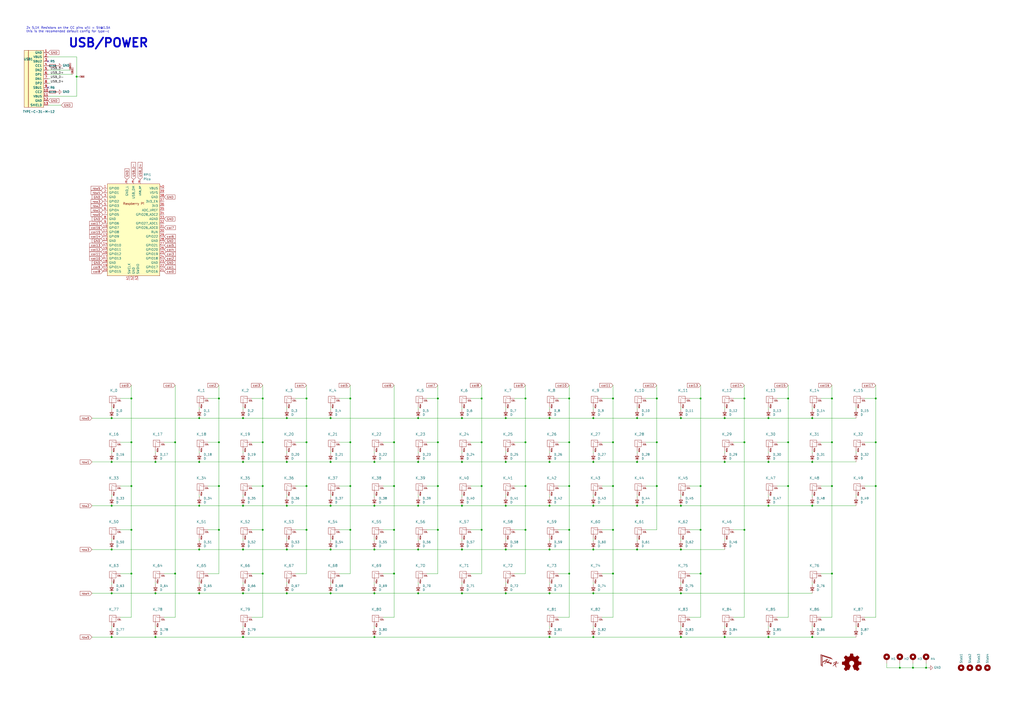
<source format=kicad_sch>
(kicad_sch (version 20211123) (generator eeschema)
  (paper "A2")
  (junction (at 381 281.94))
  (junction (at 242.57 318.77))
  (junction (at 330.2 281.94))
  (junction (at 330.2 231.14))
  (junction (at 344.17 369.57))
  (junction (at 508 256.54))
  (junction (at 177.8 281.94))
  (junction (at 420.37 369.57))
  (junction (at 318.77 293.37))
  (junction (at 355.6 281.94))
  (junction (at 318.77 344.17))
  (junction (at 344.17 318.77))
  (junction (at 344.17 344.17))
  (junction (at 217.17 267.97))
  (junction (at 445.77 242.57))
  (junction (at 381 256.54))
  (junction (at 406.4 281.94))
  (junction (at 217.17 293.37))
  (junction (at 381 231.14))
  (junction (at 90.17 267.97))
  (junction (at 394.97 293.37))
  (junction (at 64.77 267.97))
  (junction (at 191.77 318.77))
  (junction (at 267.97 293.37))
  (junction (at 191.77 293.37))
  (junction (at 482.6 256.54))
  (junction (at 431.8 256.54))
  (junction (at 267.97 242.57))
  (junction (at 191.77 242.57))
  (junction (at 140.97 267.97))
  (junction (at 471.17 293.37))
  (junction (at 64.77 344.17))
  (junction (at 304.8 281.94))
  (junction (at 44.45 44.45))
  (junction (at 64.77 318.77))
  (junction (at 115.57 318.77))
  (junction (at 355.6 256.54))
  (junction (at 394.97 369.57))
  (junction (at 471.17 267.97))
  (junction (at 420.37 267.97))
  (junction (at 228.6 307.34))
  (junction (at 406.4 332.74))
  (junction (at 369.57 267.97))
  (junction (at 537.21 387.35))
  (junction (at 318.77 267.97))
  (junction (at 242.57 344.17))
  (junction (at 140.97 369.57))
  (junction (at 254 307.34))
  (junction (at 127 256.54))
  (junction (at 127 281.94))
  (junction (at 203.2 307.34))
  (junction (at 431.8 307.34))
  (junction (at 254 256.54))
  (junction (at 304.8 307.34))
  (junction (at 76.2 281.94))
  (junction (at 166.37 267.97))
  (junction (at 140.97 293.37))
  (junction (at 369.57 293.37))
  (junction (at 127 231.14))
  (junction (at 355.6 332.74))
  (junction (at 445.77 293.37))
  (junction (at 152.4 231.14))
  (junction (at 482.6 231.14))
  (junction (at 217.17 369.57))
  (junction (at 64.77 242.57))
  (junction (at 90.17 344.17))
  (junction (at 76.2 332.74))
  (junction (at 228.6 332.74))
  (junction (at 267.97 318.77))
  (junction (at 152.4 307.34))
  (junction (at 318.77 369.57))
  (junction (at 140.97 318.77))
  (junction (at 482.6 332.74))
  (junction (at 304.8 231.14))
  (junction (at 521.97 387.35))
  (junction (at 508 231.14))
  (junction (at 152.4 281.94))
  (junction (at 177.8 256.54))
  (junction (at 217.17 318.77))
  (junction (at 445.77 369.57))
  (junction (at 140.97 242.57))
  (junction (at 191.77 344.17))
  (junction (at 529.59 387.35))
  (junction (at 76.2 307.34))
  (junction (at 355.6 307.34))
  (junction (at 279.4 256.54))
  (junction (at 394.97 242.57))
  (junction (at 406.4 307.34))
  (junction (at 279.4 281.94))
  (junction (at 330.2 332.74))
  (junction (at 279.4 231.14))
  (junction (at 344.17 242.57))
  (junction (at 64.77 369.57))
  (junction (at 394.97 344.17))
  (junction (at 420.37 242.57))
  (junction (at 293.37 344.17))
  (junction (at 76.2 231.14))
  (junction (at 318.77 318.77))
  (junction (at 203.2 231.14))
  (junction (at 115.57 267.97))
  (junction (at 457.2 281.94))
  (junction (at 344.17 267.97))
  (junction (at 101.6 256.54))
  (junction (at 330.2 256.54))
  (junction (at 445.77 267.97))
  (junction (at 101.6 332.74))
  (junction (at 471.17 242.57))
  (junction (at 166.37 344.17))
  (junction (at 431.8 231.14))
  (junction (at 166.37 242.57))
  (junction (at 293.37 242.57))
  (junction (at 177.8 307.34))
  (junction (at 406.4 231.14))
  (junction (at 242.57 242.57))
  (junction (at 394.97 318.77))
  (junction (at 508 281.94))
  (junction (at 228.6 256.54))
  (junction (at 267.97 267.97))
  (junction (at 457.2 256.54))
  (junction (at 293.37 318.77))
  (junction (at 217.17 344.17))
  (junction (at 152.4 332.74))
  (junction (at 369.57 242.57))
  (junction (at 76.2 256.54))
  (junction (at 330.2 307.34))
  (junction (at 344.17 293.37))
  (junction (at 64.77 293.37))
  (junction (at 279.4 307.34))
  (junction (at 457.2 231.14))
  (junction (at 304.8 256.54))
  (junction (at 177.8 231.14))
  (junction (at 293.37 293.37))
  (junction (at 90.17 369.57))
  (junction (at 267.97 344.17))
  (junction (at 355.6 231.14))
  (junction (at 127 307.34))
  (junction (at 242.57 293.37))
  (junction (at 203.2 281.94))
  (junction (at 115.57 344.17))
  (junction (at 191.77 267.97))
  (junction (at 140.97 344.17))
  (junction (at 115.57 242.57))
  (junction (at 254 281.94))
  (junction (at 228.6 281.94))
  (junction (at 369.57 318.77))
  (junction (at 152.4 256.54))
  (junction (at 254 231.14))
  (junction (at 115.57 293.37))
  (junction (at 318.77 242.57))
  (junction (at 471.17 369.57))
  (junction (at 482.6 281.94))
  (junction (at 166.37 293.37))
  (junction (at 293.37 267.97))
  (junction (at 203.2 256.54))
  (junction (at 166.37 318.77))
  (junction (at 242.57 267.97))
  (no_connect (at 27.94 50.8))
  (no_connect (at 27.94 35.56))
  (wire (pts (xy 355.6 231.14) (xy 355.6 256.54)))
  (wire (pts (xy 76.2 223.52) (xy 76.2 231.14)))
  (wire (pts (xy 171.45 281.94) (xy 177.8 281.94)))
  (wire (pts (xy 115.57 242.57) (xy 140.97 242.57)))
  (wire (pts (xy 217.17 318.77) (xy 242.57 318.77)))
  (wire (pts (xy 394.97 363.22) (xy 394.97 364.49)))
  (wire (pts (xy 355.6 358.14) (xy 355.6 332.74)))
  (wire (pts (xy 323.85 307.34) (xy 330.2 307.34)))
  (wire (pts (xy 293.37 236.22) (xy 293.37 237.49)))
  (wire (pts (xy 27.94 43.18) (xy 41.91 43.18)))
  (wire (pts (xy 318.77 363.22) (xy 318.77 364.49)))
  (wire (pts (xy 298.45 256.54) (xy 304.8 256.54)))
  (wire (pts (xy 349.25 358.14) (xy 355.6 358.14)))
  (wire (pts (xy 406.4 358.14) (xy 406.4 332.74)))
  (wire (pts (xy 228.6 358.14) (xy 228.6 332.74)))
  (wire (pts (xy 267.97 267.97) (xy 293.37 267.97)))
  (wire (pts (xy 374.65 231.14) (xy 381 231.14)))
  (wire (pts (xy 431.8 358.14) (xy 431.8 307.34)))
  (wire (pts (xy 394.97 344.17) (xy 471.17 344.17)))
  (wire (pts (xy 298.45 281.94) (xy 304.8 281.94)))
  (wire (pts (xy 44.45 55.88) (xy 27.94 55.88)))
  (wire (pts (xy 247.65 307.34) (xy 254 307.34)))
  (wire (pts (xy 222.25 358.14) (xy 228.6 358.14)))
  (wire (pts (xy 501.65 231.14) (xy 508 231.14)))
  (wire (pts (xy 76.2 281.94) (xy 76.2 256.54)))
  (wire (pts (xy 242.57 312.42) (xy 242.57 313.69)))
  (wire (pts (xy 64.77 236.22) (xy 64.77 237.49)))
  (wire (pts (xy 203.2 332.74) (xy 203.2 307.34)))
  (wire (pts (xy 64.77 242.57) (xy 115.57 242.57)))
  (wire (pts (xy 101.6 223.52) (xy 101.6 256.54)))
  (wire (pts (xy 471.17 242.57) (xy 496.57 242.57)))
  (wire (pts (xy 69.85 281.94) (xy 76.2 281.94)))
  (wire (pts (xy 318.77 242.57) (xy 344.17 242.57)))
  (wire (pts (xy 217.17 344.17) (xy 242.57 344.17)))
  (wire (pts (xy 394.97 293.37) (xy 445.77 293.37)))
  (wire (pts (xy 64.77 293.37) (xy 115.57 293.37)))
  (wire (pts (xy 501.65 358.14) (xy 508 358.14)))
  (wire (pts (xy 217.17 337.82) (xy 217.17 339.09)))
  (wire (pts (xy 344.17 236.22) (xy 344.17 237.49)))
  (wire (pts (xy 53.34 369.57) (xy 64.77 369.57)))
  (wire (pts (xy 457.2 231.14) (xy 457.2 256.54)))
  (wire (pts (xy 304.8 332.74) (xy 304.8 307.34)))
  (wire (pts (xy 425.45 307.34) (xy 431.8 307.34)))
  (wire (pts (xy 425.45 358.14) (xy 431.8 358.14)))
  (wire (pts (xy 344.17 287.02) (xy 344.17 288.29)))
  (wire (pts (xy 279.4 332.74) (xy 279.4 307.34)))
  (wire (pts (xy 508 281.94) (xy 508 256.54)))
  (wire (pts (xy 127 307.34) (xy 127 281.94)))
  (wire (pts (xy 140.97 369.57) (xy 217.17 369.57)))
  (wire (pts (xy 242.57 293.37) (xy 267.97 293.37)))
  (wire (pts (xy 254 281.94) (xy 254 256.54)))
  (wire (pts (xy 273.05 332.74) (xy 279.4 332.74)))
  (wire (pts (xy 318.77 312.42) (xy 318.77 313.69)))
  (wire (pts (xy 349.25 307.34) (xy 355.6 307.34)))
  (wire (pts (xy 471.17 337.82) (xy 471.17 339.09)))
  (wire (pts (xy 369.57 312.42) (xy 369.57 313.69)))
  (wire (pts (xy 476.25 281.94) (xy 482.6 281.94)))
  (wire (pts (xy 146.05 231.14) (xy 152.4 231.14)))
  (wire (pts (xy 203.2 231.14) (xy 203.2 256.54)))
  (wire (pts (xy 330.2 281.94) (xy 330.2 256.54)))
  (wire (pts (xy 400.05 307.34) (xy 406.4 307.34)))
  (wire (pts (xy 196.85 307.34) (xy 203.2 307.34)))
  (wire (pts (xy 196.85 281.94) (xy 203.2 281.94)))
  (wire (pts (xy 44.45 33.02) (xy 44.45 44.45)))
  (wire (pts (xy 369.57 267.97) (xy 420.37 267.97)))
  (wire (pts (xy 293.37 242.57) (xy 318.77 242.57)))
  (wire (pts (xy 69.85 358.14) (xy 76.2 358.14)))
  (wire (pts (xy 254 231.14) (xy 254 256.54)))
  (wire (pts (xy 53.34 344.17) (xy 64.77 344.17)))
  (wire (pts (xy 273.05 281.94) (xy 279.4 281.94)))
  (wire (pts (xy 140.97 312.42) (xy 140.97 313.69)))
  (wire (pts (xy 27.94 40.64) (xy 40.64 40.64)))
  (wire (pts (xy 450.85 256.54) (xy 457.2 256.54)))
  (wire (pts (xy 64.77 344.17) (xy 90.17 344.17)))
  (wire (pts (xy 298.45 231.14) (xy 304.8 231.14)))
  (wire (pts (xy 177.8 307.34) (xy 177.8 281.94)))
  (wire (pts (xy 406.4 307.34) (xy 406.4 281.94)))
  (wire (pts (xy 115.57 267.97) (xy 140.97 267.97)))
  (wire (pts (xy 64.77 267.97) (xy 90.17 267.97)))
  (wire (pts (xy 140.97 344.17) (xy 166.37 344.17)))
  (wire (pts (xy 140.97 261.62) (xy 140.97 262.89)))
  (wire (pts (xy 431.8 231.14) (xy 431.8 256.54)))
  (wire (pts (xy 293.37 312.42) (xy 293.37 313.69)))
  (wire (pts (xy 222.25 307.34) (xy 228.6 307.34)))
  (wire (pts (xy 323.85 281.94) (xy 330.2 281.94)))
  (wire (pts (xy 457.2 358.14) (xy 457.2 281.94)))
  (wire (pts (xy 369.57 261.62) (xy 369.57 262.89)))
  (wire (pts (xy 166.37 287.02) (xy 166.37 288.29)))
  (wire (pts (xy 304.8 307.34) (xy 304.8 281.94)))
  (wire (pts (xy 166.37 236.22) (xy 166.37 237.49)))
  (wire (pts (xy 304.8 223.52) (xy 304.8 231.14)))
  (wire (pts (xy 323.85 358.14) (xy 330.2 358.14)))
  (wire (pts (xy 355.6 307.34) (xy 355.6 281.94)))
  (wire (pts (xy 381 281.94) (xy 381 256.54)))
  (wire (pts (xy 64.77 369.57) (xy 90.17 369.57)))
  (wire (pts (xy 267.97 337.82) (xy 267.97 339.09)))
  (wire (pts (xy 431.8 307.34) (xy 431.8 256.54)))
  (wire (pts (xy 344.17 369.57) (xy 394.97 369.57)))
  (wire (pts (xy 53.34 293.37) (xy 64.77 293.37)))
  (wire (pts (xy 53.34 318.77) (xy 64.77 318.77)))
  (wire (pts (xy 76.2 307.34) (xy 76.2 281.94)))
  (wire (pts (xy 445.77 236.22) (xy 445.77 237.49)))
  (wire (pts (xy 140.97 363.22) (xy 140.97 364.49)))
  (wire (pts (xy 222.25 281.94) (xy 228.6 281.94)))
  (wire (pts (xy 27.94 60.96) (xy 35.56 60.96)))
  (wire (pts (xy 304.8 231.14) (xy 304.8 256.54)))
  (wire (pts (xy 420.37 363.22) (xy 420.37 364.49)))
  (wire (pts (xy 242.57 318.77) (xy 267.97 318.77)))
  (wire (pts (xy 304.8 281.94) (xy 304.8 256.54)))
  (wire (pts (xy 90.17 337.82) (xy 90.17 339.09)))
  (wire (pts (xy 514.35 384.81) (xy 514.35 387.35)))
  (wire (pts (xy 120.65 332.74) (xy 127 332.74)))
  (wire (pts (xy 471.17 293.37) (xy 496.57 293.37)))
  (wire (pts (xy 115.57 236.22) (xy 115.57 237.49)))
  (wire (pts (xy 537.21 387.35) (xy 538.48 387.35)))
  (wire (pts (xy 508 358.14) (xy 508 281.94)))
  (wire (pts (xy 406.4 231.14) (xy 406.4 281.94)))
  (wire (pts (xy 400.05 281.94) (xy 406.4 281.94)))
  (wire (pts (xy 247.65 256.54) (xy 254 256.54)))
  (wire (pts (xy 115.57 318.77) (xy 140.97 318.77)))
  (wire (pts (xy 381 231.14) (xy 381 256.54)))
  (wire (pts (xy 374.65 307.34) (xy 381 307.34)))
  (wire (pts (xy 445.77 363.22) (xy 445.77 364.49)))
  (wire (pts (xy 293.37 287.02) (xy 293.37 288.29)))
  (wire (pts (xy 318.77 261.62) (xy 318.77 262.89)))
  (wire (pts (xy 318.77 293.37) (xy 344.17 293.37)))
  (wire (pts (xy 344.17 344.17) (xy 394.97 344.17)))
  (wire (pts (xy 254 332.74) (xy 254 307.34)))
  (wire (pts (xy 394.97 318.77) (xy 420.37 318.77)))
  (wire (pts (xy 177.8 231.14) (xy 177.8 256.54)))
  (wire (pts (xy 318.77 267.97) (xy 344.17 267.97)))
  (wire (pts (xy 76.2 332.74) (xy 76.2 307.34)))
  (wire (pts (xy 242.57 287.02) (xy 242.57 288.29)))
  (wire (pts (xy 482.6 281.94) (xy 482.6 256.54)))
  (wire (pts (xy 445.77 242.57) (xy 471.17 242.57)))
  (wire (pts (xy 330.2 223.52) (xy 330.2 231.14)))
  (wire (pts (xy 115.57 312.42) (xy 115.57 313.69)))
  (wire (pts (xy 177.8 223.52) (xy 177.8 231.14)))
  (wire (pts (xy 27.94 45.72) (xy 29.21 45.72)))
  (wire (pts (xy 171.45 332.74) (xy 177.8 332.74)))
  (wire (pts (xy 298.45 332.74) (xy 304.8 332.74)))
  (wire (pts (xy 330.2 332.74) (xy 330.2 307.34)))
  (wire (pts (xy 140.97 267.97) (xy 166.37 267.97)))
  (wire (pts (xy 381 223.52) (xy 381 231.14)))
  (wire (pts (xy 146.05 281.94) (xy 152.4 281.94)))
  (wire (pts (xy 217.17 369.57) (xy 318.77 369.57)))
  (wire (pts (xy 247.65 332.74) (xy 254 332.74)))
  (wire (pts (xy 537.21 384.81) (xy 537.21 387.35)))
  (wire (pts (xy 369.57 287.02) (xy 369.57 288.29)))
  (wire (pts (xy 146.05 358.14) (xy 152.4 358.14)))
  (wire (pts (xy 482.6 231.14) (xy 482.6 256.54)))
  (wire (pts (xy 120.65 307.34) (xy 127 307.34)))
  (wire (pts (xy 90.17 369.57) (xy 140.97 369.57)))
  (wire (pts (xy 152.4 332.74) (xy 152.4 307.34)))
  (wire (pts (xy 64.77 312.42) (xy 64.77 313.69)))
  (wire (pts (xy 140.97 236.22) (xy 140.97 237.49)))
  (wire (pts (xy 120.65 256.54) (xy 127 256.54)))
  (wire (pts (xy 323.85 332.74) (xy 330.2 332.74)))
  (wire (pts (xy 53.34 242.57) (xy 64.77 242.57)))
  (wire (pts (xy 425.45 231.14) (xy 431.8 231.14)))
  (wire (pts (xy 400.05 231.14) (xy 406.4 231.14)))
  (wire (pts (xy 191.77 312.42) (xy 191.77 313.69)))
  (wire (pts (xy 115.57 293.37) (xy 140.97 293.37)))
  (wire (pts (xy 217.17 287.02) (xy 217.17 288.29)))
  (wire (pts (xy 196.85 256.54) (xy 203.2 256.54)))
  (wire (pts (xy 344.17 242.57) (xy 369.57 242.57)))
  (wire (pts (xy 381 307.34) (xy 381 281.94)))
  (wire (pts (xy 267.97 344.17) (xy 293.37 344.17)))
  (wire (pts (xy 247.65 281.94) (xy 254 281.94)))
  (wire (pts (xy 400.05 358.14) (xy 406.4 358.14)))
  (wire (pts (xy 420.37 236.22) (xy 420.37 237.49)))
  (wire (pts (xy 44.45 44.45) (xy 45.974 44.45)))
  (wire (pts (xy 293.37 344.17) (xy 318.77 344.17)))
  (wire (pts (xy 242.57 236.22) (xy 242.57 237.49)))
  (wire (pts (xy 369.57 293.37) (xy 394.97 293.37)))
  (wire (pts (xy 508 223.52) (xy 508 231.14)))
  (wire (pts (xy 166.37 318.77) (xy 191.77 318.77)))
  (wire (pts (xy 445.77 287.02) (xy 445.77 288.29)))
  (wire (pts (xy 95.25 256.54) (xy 101.6 256.54)))
  (wire (pts (xy 27.94 48.26) (xy 29.21 48.26)))
  (wire (pts (xy 445.77 261.62) (xy 445.77 262.89)))
  (wire (pts (xy 471.17 287.02) (xy 471.17 288.29)))
  (wire (pts (xy 242.57 344.17) (xy 267.97 344.17)))
  (wire (pts (xy 166.37 337.82) (xy 166.37 339.09)))
  (wire (pts (xy 521.97 387.35) (xy 529.59 387.35)))
  (wire (pts (xy 90.17 261.62) (xy 90.17 262.89)))
  (wire (pts (xy 115.57 337.82) (xy 115.57 339.09)))
  (wire (pts (xy 445.77 369.57) (xy 471.17 369.57)))
  (wire (pts (xy 146.05 256.54) (xy 152.4 256.54)))
  (wire (pts (xy 394.97 337.82) (xy 394.97 339.09)))
  (wire (pts (xy 242.57 267.97) (xy 267.97 267.97)))
  (wire (pts (xy 508 231.14) (xy 508 256.54)))
  (wire (pts (xy 196.85 332.74) (xy 203.2 332.74)))
  (wire (pts (xy 374.65 281.94) (xy 381 281.94)))
  (wire (pts (xy 127 281.94) (xy 127 256.54)))
  (wire (pts (xy 496.57 363.22) (xy 496.57 364.49)))
  (wire (pts (xy 318.77 344.17) (xy 344.17 344.17)))
  (wire (pts (xy 90.17 363.22) (xy 90.17 364.49)))
  (wire (pts (xy 298.45 307.34) (xy 304.8 307.34)))
  (wire (pts (xy 27.94 33.02) (xy 44.45 33.02)))
  (wire (pts (xy 293.37 318.77) (xy 318.77 318.77)))
  (wire (pts (xy 420.37 242.57) (xy 445.77 242.57)))
  (wire (pts (xy 166.37 312.42) (xy 166.37 313.69)))
  (wire (pts (xy 279.4 231.14) (xy 279.4 256.54)))
  (wire (pts (xy 457.2 281.94) (xy 457.2 256.54)))
  (wire (pts (xy 217.17 363.22) (xy 217.17 364.49)))
  (wire (pts (xy 64.77 337.82) (xy 64.77 339.09)))
  (wire (pts (xy 152.4 358.14) (xy 152.4 332.74)))
  (wire (pts (xy 152.4 231.14) (xy 152.4 256.54)))
  (wire (pts (xy 369.57 236.22) (xy 369.57 237.49)))
  (wire (pts (xy 152.4 307.34) (xy 152.4 281.94)))
  (wire (pts (xy 217.17 293.37) (xy 242.57 293.37)))
  (wire (pts (xy 115.57 261.62) (xy 115.57 262.89)))
  (wire (pts (xy 166.37 344.17) (xy 191.77 344.17)))
  (wire (pts (xy 482.6 358.14) (xy 482.6 332.74)))
  (wire (pts (xy 394.97 369.57) (xy 420.37 369.57)))
  (wire (pts (xy 267.97 318.77) (xy 293.37 318.77)))
  (wire (pts (xy 146.05 332.74) (xy 152.4 332.74)))
  (wire (pts (xy 496.57 236.22) (xy 496.57 237.49)))
  (wire (pts (xy 344.17 293.37) (xy 369.57 293.37)))
  (wire (pts (xy 191.77 337.82) (xy 191.77 339.09)))
  (wire (pts (xy 217.17 261.62) (xy 217.17 262.89)))
  (wire (pts (xy 228.6 332.74) (xy 228.6 307.34)))
  (wire (pts (xy 476.25 358.14) (xy 482.6 358.14)))
  (wire (pts (xy 273.05 307.34) (xy 279.4 307.34)))
  (wire (pts (xy 394.97 242.57) (xy 420.37 242.57)))
  (wire (pts (xy 344.17 261.62) (xy 344.17 262.89)))
  (wire (pts (xy 64.77 363.22) (xy 64.77 364.49)))
  (wire (pts (xy 394.97 236.22) (xy 394.97 237.49)))
  (wire (pts (xy 171.45 307.34) (xy 177.8 307.34)))
  (wire (pts (xy 431.8 223.52) (xy 431.8 231.14)))
  (wire (pts (xy 330.2 358.14) (xy 330.2 332.74)))
  (wire (pts (xy 450.85 358.14) (xy 457.2 358.14)))
  (wire (pts (xy 501.65 256.54) (xy 508 256.54)))
  (wire (pts (xy 471.17 363.22) (xy 471.17 364.49)))
  (wire (pts (xy 514.35 387.35) (xy 521.97 387.35)))
  (wire (pts (xy 476.25 231.14) (xy 482.6 231.14)))
  (wire (pts (xy 450.85 231.14) (xy 457.2 231.14)))
  (wire (pts (xy 140.97 287.02) (xy 140.97 288.29)))
  (wire (pts (xy 90.17 344.17) (xy 115.57 344.17)))
  (wire (pts (xy 355.6 281.94) (xy 355.6 256.54)))
  (wire (pts (xy 349.25 256.54) (xy 355.6 256.54)))
  (wire (pts (xy 323.85 256.54) (xy 330.2 256.54)))
  (wire (pts (xy 482.6 223.52) (xy 482.6 231.14)))
  (wire (pts (xy 177.8 332.74) (xy 177.8 307.34)))
  (wire (pts (xy 476.25 332.74) (xy 482.6 332.74)))
  (wire (pts (xy 191.77 242.57) (xy 242.57 242.57)))
  (wire (pts (xy 394.97 287.02) (xy 394.97 288.29)))
  (wire (pts (xy 318.77 337.82) (xy 318.77 339.09)))
  (wire (pts (xy 228.6 281.94) (xy 228.6 256.54)))
  (wire (pts (xy 222.25 332.74) (xy 228.6 332.74)))
  (wire (pts (xy 293.37 267.97) (xy 318.77 267.97)))
  (wire (pts (xy 450.85 281.94) (xy 457.2 281.94)))
  (wire (pts (xy 273.05 256.54) (xy 279.4 256.54)))
  (wire (pts (xy 318.77 287.02) (xy 318.77 288.29)))
  (wire (pts (xy 146.05 307.34) (xy 152.4 307.34)))
  (wire (pts (xy 318.77 369.57) (xy 344.17 369.57)))
  (wire (pts (xy 355.6 332.74) (xy 355.6 307.34)))
  (wire (pts (xy 425.45 256.54) (xy 431.8 256.54)))
  (wire (pts (xy 140.97 337.82) (xy 140.97 339.09)))
  (wire (pts (xy 217.17 267.97) (xy 242.57 267.97)))
  (wire (pts (xy 95.25 332.74) (xy 101.6 332.74)))
  (wire (pts (xy 228.6 223.52) (xy 228.6 256.54)))
  (wire (pts (xy 267.97 261.62) (xy 267.97 262.89)))
  (wire (pts (xy 420.37 369.57) (xy 445.77 369.57)))
  (wire (pts (xy 242.57 242.57) (xy 267.97 242.57)))
  (wire (pts (xy 471.17 236.22) (xy 471.17 237.49)))
  (wire (pts (xy 394.97 312.42) (xy 394.97 313.69)))
  (wire (pts (xy 344.17 318.77) (xy 369.57 318.77)))
  (wire (pts (xy 254 223.52) (xy 254 231.14)))
  (wire (pts (xy 374.65 256.54) (xy 381 256.54)))
  (wire (pts (xy 318.77 318.77) (xy 344.17 318.77)))
  (wire (pts (xy 120.65 281.94) (xy 127 281.94)))
  (wire (pts (xy 127 223.52) (xy 127 231.14)))
  (wire (pts (xy 140.97 293.37) (xy 166.37 293.37)))
  (wire (pts (xy 76.2 358.14) (xy 76.2 332.74)))
  (wire (pts (xy 127 231.14) (xy 127 256.54)))
  (wire (pts (xy 318.77 236.22) (xy 318.77 237.49)))
  (wire (pts (xy 228.6 307.34) (xy 228.6 281.94)))
  (wire (pts (xy 191.77 267.97) (xy 217.17 267.97)))
  (wire (pts (xy 242.57 337.82) (xy 242.57 339.09)))
  (wire (pts (xy 101.6 358.14) (xy 101.6 332.74)))
  (wire (pts (xy 349.25 281.94) (xy 355.6 281.94)))
  (wire (pts (xy 293.37 261.62) (xy 293.37 262.89)))
  (wire (pts (xy 471.17 267.97) (xy 496.57 267.97)))
  (wire (pts (xy 64.77 287.02) (xy 64.77 288.29)))
  (wire (pts (xy 369.57 318.77) (xy 394.97 318.77)))
  (wire (pts (xy 344.17 337.82) (xy 344.17 339.09)))
  (wire (pts (xy 196.85 231.14) (xy 203.2 231.14)))
  (wire (pts (xy 420.37 261.62) (xy 420.37 262.89)))
  (wire (pts (xy 279.4 307.34) (xy 279.4 281.94)))
  (wire (pts (xy 69.85 256.54) (xy 76.2 256.54)))
  (wire (pts (xy 420.37 267.97) (xy 445.77 267.97)))
  (wire (pts (xy 191.77 287.02) (xy 191.77 288.29)))
  (wire (pts (xy 420.37 312.42) (xy 420.37 313.69)))
  (wire (pts (xy 445.77 267.97) (xy 471.17 267.97)))
  (wire (pts (xy 267.97 312.42) (xy 267.97 313.69)))
  (wire (pts (xy 349.25 231.14) (xy 355.6 231.14)))
  (wire (pts (xy 64.77 318.77) (xy 115.57 318.77)))
  (wire (pts (xy 166.37 293.37) (xy 191.77 293.37)))
  (wire (pts (xy 267.97 242.57) (xy 293.37 242.57)))
  (wire (pts (xy 140.97 242.57) (xy 166.37 242.57)))
  (wire (pts (xy 217.17 312.42) (xy 217.17 313.69)))
  (wire (pts (xy 76.2 231.14) (xy 76.2 256.54)))
  (wire (pts (xy 140.97 318.77) (xy 166.37 318.77)))
  (wire (pts (xy 471.17 261.62) (xy 471.17 262.89)))
  (wire (pts (xy 166.37 261.62) (xy 166.37 262.89)))
  (wire (pts (xy 254 307.34) (xy 254 281.94)))
  (wire (pts (xy 191.77 344.17) (xy 217.17 344.17)))
  (wire (pts (xy 247.65 231.14) (xy 254 231.14)))
  (wire (pts (xy 501.65 281.94) (xy 508 281.94)))
  (wire (pts (xy 482.6 332.74) (xy 482.6 281.94)))
  (wire (pts (xy 529.59 384.81) (xy 529.59 387.35)))
  (wire (pts (xy 521.97 384.81) (xy 521.97 387.35)))
  (wire (pts (xy 127 332.74) (xy 127 307.34)))
  (wire (pts (xy 273.05 231.14) (xy 279.4 231.14)))
  (wire (pts (xy 120.65 231.14) (xy 127 231.14)))
  (wire (pts (xy 344.17 312.42) (xy 344.17 313.69)))
  (wire (pts (xy 496.57 261.62) (xy 496.57 262.89)))
  (wire (pts (xy 267.97 293.37) (xy 293.37 293.37)))
  (wire (pts (xy 115.57 287.02) (xy 115.57 288.29)))
  (wire (pts (xy 222.25 256.54) (xy 228.6 256.54)))
  (wire (pts (xy 279.4 281.94) (xy 279.4 256.54)))
  (wire (pts (xy 166.37 242.57) (xy 191.77 242.57)))
  (wire (pts (xy 191.77 318.77) (xy 217.17 318.77)))
  (wire (pts (xy 406.4 223.52) (xy 406.4 231.14)))
  (wire (pts (xy 400.05 332.74) (xy 406.4 332.74)))
  (wire (pts (xy 171.45 256.54) (xy 177.8 256.54)))
  (wire (pts (xy 445.77 293.37) (xy 471.17 293.37)))
  (wire (pts (xy 267.97 287.02) (xy 267.97 288.29)))
  (wire (pts (xy 191.77 236.22) (xy 191.77 237.49)))
  (wire (pts (xy 166.37 267.97) (xy 191.77 267.97)))
  (wire (pts (xy 64.77 261.62) (xy 64.77 262.89)))
  (wire (pts (xy 95.25 358.14) (xy 101.6 358.14)))
  (wire (pts (xy 349.25 332.74) (xy 355.6 332.74)))
  (wire (pts (xy 279.4 223.52) (xy 279.4 231.14)))
  (wire (pts (xy 152.4 281.94) (xy 152.4 256.54)))
  (wire (pts (xy 471.17 369.57) (xy 496.57 369.57)))
  (wire (pts (xy 90.17 267.97) (xy 115.57 267.97)))
  (wire (pts (xy 69.85 231.14) (xy 76.2 231.14)))
  (wire (pts (xy 177.8 281.94) (xy 177.8 256.54)))
  (wire (pts (xy 115.57 344.17) (xy 140.97 344.17)))
  (wire (pts (xy 69.85 332.74) (xy 76.2 332.74)))
  (wire (pts (xy 44.45 44.45) (xy 44.45 55.88)))
  (wire (pts (xy 293.37 337.82) (xy 293.37 339.09)))
  (wire (pts (xy 267.97 236.22) (xy 267.97 237.49)))
  (wire (pts (xy 69.85 307.34) (xy 76.2 307.34)))
  (wire (pts (xy 406.4 332.74) (xy 406.4 307.34)))
  (wire (pts (xy 203.2 307.34) (xy 203.2 281.94)))
  (wire (pts (xy 457.2 223.52) (xy 457.2 231.14)))
  (wire (pts (xy 355.6 223.52) (xy 355.6 231.14)))
  (wire (pts (xy 330.2 307.34) (xy 330.2 281.94)))
  (wire (pts (xy 101.6 332.74) (xy 101.6 256.54)))
  (wire (pts (xy 171.45 231.14) (xy 177.8 231.14)))
  (wire (pts (xy 242.57 261.62) (xy 242.57 262.89)))
  (wire (pts (xy 203.2 223.52) (xy 203.2 231.14)))
  (wire (pts (xy 529.59 387.35) (xy 537.21 387.35)))
  (wire (pts (xy 476.25 256.54) (xy 482.6 256.54)))
  (wire (pts (xy 323.85 231.14) (xy 330.2 231.14)))
  (wire (pts (xy 152.4 223.52) (xy 152.4 231.14)))
  (wire (pts (xy 191.77 293.37) (xy 217.17 293.37)))
  (wire (pts (xy 203.2 281.94) (xy 203.2 256.54)))
  (wire (pts (xy 344.17 363.22) (xy 344.17 364.49)))
  (wire (pts (xy 369.57 242.57) (xy 394.97 242.57)))
  (wire (pts (xy 293.37 293.37) (xy 318.77 293.37)))
  (wire (pts (xy 191.77 261.62) (xy 191.77 262.89)))
  (wire (pts (xy 53.34 267.97) (xy 64.77 267.97)))
  (wire (pts (xy 344.17 267.97) (xy 369.57 267.97)))
  (wire (pts (xy 496.57 287.02) (xy 496.57 288.29)))
  (wire (pts (xy 330.2 231.14) (xy 330.2 256.54)))
  (text "USB/POWER" (at 39.37 27.94 0) (effects (font (size 5.0038 5.0038) (thickness 1.0008) bold) (justify left bottom)))
  (text "2x 5.1K Resistors on the CC pins will = 5V@1.5A\nthis is the recomended default config for type-c" (at 15.24 19.05 0) (effects (font (size 1.27 1.27)) (justify left bottom)))
  (label "USB_D-" (at 29.21 40.64 0))
  (label "USB_D-" (at 29.21 45.72 0))
  (label "USB_D+" (at 29.21 43.18 0))
  (label "USB_D+" (at 29.21 48.26 0))
  (global_label "col3" (shape input) (at 152.4 223.52 180) (property "Intersheet References" "${INTERSHEET_REFS}" (effects hide)))
  (global_label "col2" (shape input) (at 127 223.52 180) (property "Intersheet References" "${INTERSHEET_REFS}" (effects hide)))
  (global_label "col0" (shape input) (at 76.2 223.52 180) (property "Intersheet References" "${INTERSHEET_REFS}" (effects hide)))
  (global_label "row4" (shape input) (at 53.34 344.17 180) (property "Intersheet References" "${INTERSHEET_REFS}" (effects hide)))
  (global_label "GND" (shape input) (at 27.94 58.42 0) (property "Intersheet References" "${INTERSHEET_REFS}" (effects hide)))
  (global_label "row0" (shape input) (at 59.69 124.46 180) (property "Intersheet References" "${INTERSHEET_REFS}" (effects hide)))
  (global_label "row4" (shape input) (at 59.69 111.76 180) (property "Intersheet References" "${INTERSHEET_REFS}" (effects hide)))
  (global_label "row1" (shape input) (at 53.34 267.97 180) (property "Intersheet References" "${INTERSHEET_REFS}" (effects hide)))
  (global_label "GND" (shape input) (at 73.66 104.14 90) (property "Intersheet References" "${INTERSHEET_REFS}" (effects hide)))
  (global_label "USB_D+" (shape input) (at 81.28 104.14 90) (property "Intersheet References" "${INTERSHEET_REFS}" (effects hide)))
  (global_label "USB_D-" (shape input) (at 77.47 104.14 90) (property "Intersheet References" "${INTERSHEET_REFS}" (effects hide)))
  (global_label "col4" (shape input) (at 95.25 144.78 0) (property "Intersheet References" "${INTERSHEET_REFS}" (effects hide)))
  (global_label "col12" (shape input) (at 59.69 144.78 180) (property "Intersheet References" "${INTERSHEET_REFS}" (effects hide)))
  (global_label "col15" (shape input) (at 457.2 223.52 180) (property "Intersheet References" "${INTERSHEET_REFS}" (effects hide)))
  (global_label "GND" (shape input) (at 95.25 139.7 0) (property "Intersheet References" "${INTERSHEET_REFS}" (effects hide)))
  (global_label "col10" (shape input) (at 59.69 149.86 180) (property "Intersheet References" "${INTERSHEET_REFS}" (effects hide)))
  (global_label "col9" (shape input) (at 59.69 154.94 180) (property "Intersheet References" "${INTERSHEET_REFS}" (effects hide)))
  (global_label "col7" (shape input) (at 254 223.52 180) (property "Intersheet References" "${INTERSHEET_REFS}" (effects hide)))
  (global_label "GND" (shape input) (at 59.69 152.4 180) (property "Intersheet References" "${INTERSHEET_REFS}" (effects hide)))
  (global_label "row5" (shape input) (at 53.34 369.57 180) (property "Intersheet References" "${INTERSHEET_REFS}" (effects hide)))
  (global_label "col8" (shape input) (at 279.4 223.52 180) (property "Intersheet References" "${INTERSHEET_REFS}" (effects hide)))
  (global_label "GND" (shape input) (at 59.69 127 180) (property "Intersheet References" "${INTERSHEET_REFS}" (effects hide)))
  (global_label "GND" (shape input) (at 27.94 30.48 0) (property "Intersheet References" "${INTERSHEET_REFS}" (effects hide)))
  (global_label "col17" (shape input) (at 59.69 129.54 180) (property "Intersheet References" "${INTERSHEET_REFS}" (effects hide)))
  (global_label "GND" (shape input) (at 59.69 114.3 180) (property "Intersheet References" "${INTERSHEET_REFS}" (effects hide)))
  (global_label "col17" (shape input) (at 508 223.52 180) (property "Intersheet References" "${INTERSHEET_REFS}" (effects hide)))
  (global_label "col13" (shape input) (at 406.4 223.52 180) (property "Intersheet References" "${INTERSHEET_REFS}" (effects hide)))
  (global_label "col12" (shape input) (at 381 223.52 180) (property "Intersheet References" "${INTERSHEET_REFS}" (effects hide)))
  (global_label "GND" (shape input) (at 35.56 60.96 0) (property "Intersheet References" "${INTERSHEET_REFS}" (effects hide)))
  (global_label "col9" (shape input) (at 304.8 223.52 180) (property "Intersheet References" "${INTERSHEET_REFS}" (effects hide)))
  (global_label "col14" (shape input) (at 59.69 137.16 180) (property "Intersheet References" "${INTERSHEET_REFS}" (effects hide)))
  (global_label "col16" (shape input) (at 482.6 223.52 180) (property "Intersheet References" "${INTERSHEET_REFS}" (effects hide)))
  (global_label "col1" (shape input) (at 95.25 154.94 0) (property "Intersheet References" "${INTERSHEET_REFS}" (effects hide)))
  (global_label "col0" (shape input) (at 95.25 157.48 0) (property "Intersheet References" "${INTERSHEET_REFS}" (effects hide)))
  (global_label "col10" (shape input) (at 330.2 223.52 180) (property "Intersheet References" "${INTERSHEET_REFS}" (effects hide)))
  (global_label "row3" (shape input) (at 59.69 116.84 180) (property "Intersheet References" "${INTERSHEET_REFS}" (effects hide)))
  (global_label "col15" (shape input) (at 59.69 134.62 180) (property "Intersheet References" "${INTERSHEET_REFS}" (effects hide)))
  (global_label "col1" (shape input) (at 101.6 223.52 180) (property "Intersheet References" "${INTERSHEET_REFS}" (effects hide)))
  (global_label "col6" (shape input) (at 228.6 223.52 180) (property "Intersheet References" "${INTERSHEET_REFS}" (effects hide)))
  (global_label "col14" (shape input) (at 431.8 223.52 180) (property "Intersheet References" "${INTERSHEET_REFS}" (effects hide)))
  (global_label "row3" (shape input) (at 53.34 318.77 180) (property "Intersheet References" "${INTERSHEET_REFS}" (effects hide)))
  (global_label "row1" (shape input) (at 59.69 121.92 180) (property "Intersheet References" "${INTERSHEET_REFS}" (effects hide)))
  (global_label "col3" (shape input) (at 95.25 147.32 0) (property "Intersheet References" "${INTERSHEET_REFS}" (effects hide)))
  (global_label "row0" (shape input) (at 53.34 242.57 180) (property "Intersheet References" "${INTERSHEET_REFS}" (effects hide)))
  (global_label "col8" (shape input) (at 59.69 157.48 180) (property "Intersheet References" "${INTERSHEET_REFS}" (effects hide)))
  (global_label "USB_D+" (shape input) (at 41.91 43.18 90) (effects (font (size 0.508 0.508))) (property "Intersheet References" "${INTERSHEET_REFS}" (effects hide)))
  (global_label "col5" (shape input) (at 203.2 223.52 180) (property "Intersheet References" "${INTERSHEET_REFS}" (effects hide)))
  (global_label "col2" (shape input) (at 95.25 149.86 0) (property "Intersheet References" "${INTERSHEET_REFS}" (effects hide)))
  (global_label "col6" (shape input) (at 95.25 137.16 0) (property "Intersheet References" "${INTERSHEET_REFS}" (effects hide)))
  (global_label "GND" (shape input) (at 95.25 114.3 0) (property "Intersheet References" "${INTERSHEET_REFS}" (effects hide)))
  (global_label "GND" (shape input) (at 95.25 127 0) (property "Intersheet References" "${INTERSHEET_REFS}" (effects hide)))
  (global_label "USB_D-" (shape input) (at 40.64 40.64 90) (effects (font (size 0.508 0.508))) (property "Intersheet References" "${INTERSHEET_REFS}" (effects hide)))
  (global_label "row2" (shape input) (at 53.34 293.37 180) (property "Intersheet References" "${INTERSHEET_REFS}" (effects hide)))
  (global_label "col13" (shape input) (at 59.69 142.24 180) (property "Intersheet References" "${INTERSHEET_REFS}" (effects hide)))
  (global_label "col11" (shape input) (at 59.69 147.32 180) (property "Intersheet References" "${INTERSHEET_REFS}" (effects hide)))
  (global_label "col16" (shape input) (at 59.69 132.08 180) (property "Intersheet References" "${INTERSHEET_REFS}" (effects hide)))
  (global_label "GND" (shape input) (at 59.69 139.7 180) (property "Intersheet References" "${INTERSHEET_REFS}" (effects hide)))
  (global_label "col4" (shape input) (at 177.8 223.52 180) (property "Intersheet References" "${INTERSHEET_REFS}" (effects hide)))
  (global_label "VBUS" (shape input) (at 45.974 44.45 0) (effects (font (size 0.508 0.508))) (property "Intersheet References" "${INTERSHEET_REFS}" (effects hide)))
  (global_label "row2" (shape input) (at 59.69 119.38 180) (property "Intersheet References" "${INTERSHEET_REFS}" (effects hide)))
  (global_label "col11" (shape input) (at 355.6 223.52 180) (property "Intersheet References" "${INTERSHEET_REFS}" (effects hide)))
  (global_label "col5" (shape input) (at 95.25 142.24 0) (property "Intersheet References" "${INTERSHEET_REFS}" (effects hide)))
  (global_label "col7" (shape input) (at 95.25 132.08 0) (property "Intersheet References" "${INTERSHEET_REFS}" (effects hide)))
  (global_label "row5" (shape input) (at 59.69 109.22 180) (property "Intersheet References" "${INTERSHEET_REFS}" (effects hide)))
  (global_label "GND" (shape input) (at 95.25 152.4 0) (property "Intersheet References" "${INTERSHEET_REFS}" (effects hide)))
  (symbol (lib_id "MX_Alps_Hybrid:MX-NoLED") (at 66.04 232.41 0) (unit 1)
    (property "Reference" "K_0" (at 66.04 226.4918 0) (effects (font (size 1.524 1.524))))
    (property "Value" "KEYSW" (effects hide))
    (property "Footprint" "Switch_Keyboard_Kailh:SW_Kailh_Choc_V2" (effects hide))
  )
  (symbol (lib_id "Device:D_Small") (at 115.57 240.03 90) (unit 1)
    (property "Reference" "D_1" (at 118.11 238.252 90) (effects (justify right)))
    (property "Value" "D" (at 118.11 240.538 90) (effects (justify right)))
    (property "Footprint" "Diode_SMD:D_SOD-123" (effects hide))
  )
  (symbol (lib_id "MX_Alps_Hybrid:MX-NoLED") (at 116.84 232.41 0) (unit 1)
    (property "Reference" "K_1" (at 116.84 226.4918 0) (effects (font (size 1.524 1.524))))
    (property "Value" "KEYSW" (effects hide))
    (property "Footprint" "Switch_Keyboard_Kailh:SW_Kailh_Choc_V2" (effects hide))
  )
  (symbol (lib_id "Device:D_Small") (at 140.97 240.03 90) (unit 1)
    (property "Reference" "D_2" (at 143.51 238.252 90) (effects (justify right)))
    (property "Value" "D" (at 143.51 240.538 90) (effects (justify right)))
    (property "Footprint" "Diode_SMD:D_SOD-123" (effects hide))
  )
  (symbol (lib_id "MX_Alps_Hybrid:MX-NoLED") (at 142.24 232.41 0) (unit 1)
    (property "Reference" "K_2" (at 142.24 226.4918 0) (effects (font (size 1.524 1.524))))
    (property "Value" "KEYSW" (effects hide))
    (property "Footprint" "Switch_Keyboard_Kailh:SW_Kailh_Choc_V2" (effects hide))
  )
  (symbol (lib_id "Device:D_Small") (at 166.37 240.03 90) (unit 1)
    (property "Reference" "D_3" (at 168.91 238.252 90) (effects (justify right)))
    (property "Value" "D" (at 168.91 240.538 90) (effects (justify right)))
    (property "Footprint" "Diode_SMD:D_SOD-123" (effects hide))
  )
  (symbol (lib_id "MX_Alps_Hybrid:MX-NoLED") (at 167.64 232.41 0) (unit 1)
    (property "Reference" "K_3" (at 167.64 226.4918 0) (effects (font (size 1.524 1.524))))
    (property "Value" "KEYSW" (effects hide))
    (property "Footprint" "Switch_Keyboard_Kailh:SW_Kailh_Choc_V2" (effects hide))
  )
  (symbol (lib_id "Device:D_Small") (at 191.77 240.03 90) (unit 1)
    (property "Reference" "D_4" (at 194.31 238.252 90) (effects (justify right)))
    (property "Value" "D" (at 194.31 240.538 90) (effects (justify right)))
    (property "Footprint" "Diode_SMD:D_SOD-123" (effects hide))
  )
  (symbol (lib_id "MX_Alps_Hybrid:MX-NoLED") (at 193.04 232.41 0) (unit 1)
    (property "Reference" "K_4" (at 193.04 226.4918 0) (effects (font (size 1.524 1.524))))
    (property "Value" "KEYSW" (effects hide))
    (property "Footprint" "Switch_Keyboard_Kailh:SW_Kailh_Choc_V2" (effects hide))
  )
  (symbol (lib_id "Device:D_Small") (at 242.57 240.03 90) (unit 1)
    (property "Reference" "D_5" (at 245.11 238.252 90) (effects (justify right)))
    (property "Value" "D" (at 245.11 240.538 90) (effects (justify right)))
    (property "Footprint" "Diode_SMD:D_SOD-123" (effects hide))
  )
  (symbol (lib_id "MX_Alps_Hybrid:MX-NoLED") (at 243.84 232.41 0) (unit 1)
    (property "Reference" "K_5" (at 243.84 226.4918 0) (effects (font (size 1.524 1.524))))
    (property "Value" "KEYSW" (effects hide))
    (property "Footprint" "Switch_Keyboard_Kailh:SW_Kailh_Choc_V2" (effects hide))
  )
  (symbol (lib_id "Device:D_Small") (at 267.97 240.03 90) (unit 1)
    (property "Reference" "D_6" (at 270.51 238.252 90) (effects (justify right)))
    (property "Value" "D" (at 270.51 240.538 90) (effects (justify right)))
    (property "Footprint" "Diode_SMD:D_SOD-123" (effects hide))
  )
  (symbol (lib_id "MX_Alps_Hybrid:MX-NoLED") (at 269.24 232.41 0) (unit 1)
    (property "Reference" "K_6" (at 269.24 226.4918 0) (effects (font (size 1.524 1.524))))
    (property "Value" "KEYSW" (effects hide))
    (property "Footprint" "Switch_Keyboard_Kailh:SW_Kailh_Choc_V2" (effects hide))
  )
  (symbol (lib_id "Device:D_Small") (at 293.37 240.03 90) (unit 1)
    (property "Reference" "D_7" (at 295.91 238.252 90) (effects (justify right)))
    (property "Value" "D" (at 295.91 240.538 90) (effects (justify right)))
    (property "Footprint" "Diode_SMD:D_SOD-123" (effects hide))
  )
  (symbol (lib_id "MX_Alps_Hybrid:MX-NoLED") (at 294.64 232.41 0) (unit 1)
    (property "Reference" "K_7" (at 294.64 226.4918 0) (effects (font (size 1.524 1.524))))
    (property "Value" "KEYSW" (effects hide))
    (property "Footprint" "Switch_Keyboard_Kailh:SW_Kailh_Choc_V2" (effects hide))
  )
  (symbol (lib_id "Device:D_Small") (at 318.77 240.03 90) (unit 1)
    (property "Reference" "D_8" (at 321.31 238.252 90) (effects (justify right)))
    (property "Value" "D" (at 321.31 240.538 90) (effects (justify right)))
    (property "Footprint" "Diode_SMD:D_SOD-123" (effects hide))
  )
  (symbol (lib_id "MX_Alps_Hybrid:MX-NoLED") (at 320.04 232.41 0) (unit 1)
    (property "Reference" "K_8" (at 320.04 226.4918 0) (effects (font (size 1.524 1.524))))
    (property "Value" "KEYSW" (effects hide))
    (property "Footprint" "Switch_Keyboard_Kailh:SW_Kailh_Choc_V2" (effects hide))
  )
  (symbol (lib_id "Device:D_Small") (at 344.17 240.03 90) (unit 1)
    (property "Reference" "D_9" (at 346.71 238.252 90) (effects (justify right)))
    (property "Value" "D" (at 346.71 240.538 90) (effects (justify right)))
    (property "Footprint" "Diode_SMD:D_SOD-123" (effects hide))
  )
  (symbol (lib_id "MX_Alps_Hybrid:MX-NoLED") (at 345.44 232.41 0) (unit 1)
    (property "Reference" "K_9" (at 345.44 226.4918 0) (effects (font (size 1.524 1.524))))
    (property "Value" "KEYSW" (effects hide))
    (property "Footprint" "Switch_Keyboard_Kailh:SW_Kailh_Choc_V2" (effects hide))
  )
  (symbol (lib_id "Device:D_Small") (at 369.57 240.03 90) (unit 1)
    (property "Reference" "D_10" (at 372.11 238.252 90) (effects (justify right)))
    (property "Value" "D" (at 372.11 240.538 90) (effects (justify right)))
    (property "Footprint" "Diode_SMD:D_SOD-123" (effects hide))
  )
  (symbol (lib_id "MX_Alps_Hybrid:MX-NoLED") (at 370.84 232.41 0) (unit 1)
    (property "Reference" "K_10" (at 370.84 226.4918 0) (effects (font (size 1.524 1.524))))
    (property "Value" "KEYSW" (effects hide))
    (property "Footprint" "Switch_Keyboard_Kailh:SW_Kailh_Choc_V2" (effects hide))
  )
  (symbol (lib_id "Device:D_Small") (at 394.97 240.03 90) (unit 1)
    (property "Reference" "D_11" (at 397.51 238.252 90) (effects (justify right)))
    (property "Value" "D" (at 397.51 240.538 90) (effects (justify right)))
    (property "Footprint" "Diode_SMD:D_SOD-123" (effects hide))
  )
  (symbol (lib_id "MX_Alps_Hybrid:MX-NoLED") (at 396.24 232.41 0) (unit 1)
    (property "Reference" "K_11" (at 396.24 226.4918 0) (effects (font (size 1.524 1.524))))
    (property "Value" "KEYSW" (effects hide))
    (property "Footprint" "Switch_Keyboard_Kailh:SW_Kailh_Choc_V2" (effects hide))
  )
  (symbol (lib_id "Device:D_Small") (at 420.37 240.03 90) (unit 1)
    (property "Reference" "D_12" (at 422.91 238.252 90) (effects (justify right)))
    (property "Value" "D" (at 422.91 240.538 90) (effects (justify right)))
    (property "Footprint" "Diode_SMD:D_SOD-123" (effects hide))
  )
  (symbol (lib_id "MX_Alps_Hybrid:MX-NoLED") (at 421.64 232.41 0) (unit 1)
    (property "Reference" "K_12" (at 421.64 226.4918 0) (effects (font (size 1.524 1.524))))
    (property "Value" "KEYSW" (effects hide))
    (property "Footprint" "Switch_Keyboard_Kailh:SW_Kailh_Choc_V2" (effects hide))
  )
  (symbol (lib_id "Device:D_Small") (at 445.77 240.03 90) (unit 1)
    (property "Reference" "D_13" (at 448.31 238.252 90) (effects (justify right)))
    (property "Value" "D" (at 448.31 240.538 90) (effects (justify right)))
    (property "Footprint" "Diode_SMD:D_SOD-123" (effects hide))
  )
  (symbol (lib_id "MX_Alps_Hybrid:MX-NoLED") (at 447.04 232.41 0) (unit 1)
    (property "Reference" "K_13" (at 447.04 226.4918 0) (effects (font (size 1.524 1.524))))
    (property "Value" "KEYSW" (effects hide))
    (property "Footprint" "Switch_Keyboard_Kailh:SW_Kailh_Choc_V2" (effects hide))
  )
  (symbol (lib_id "Device:D_Small") (at 471.17 240.03 90) (unit 1)
    (property "Reference" "D_14" (at 473.71 238.252 90) (effects (justify right)))
    (property "Value" "D" (at 473.71 240.538 90) (effects (justify right)))
    (property "Footprint" "Diode_SMD:D_SOD-123" (effects hide))
  )
  (symbol (lib_id "MX_Alps_Hybrid:MX-NoLED") (at 472.44 232.41 0) (unit 1)
    (property "Reference" "K_14" (at 472.44 226.4918 0) (effects (font (size 1.524 1.524))))
    (property "Value" "KEYSW" (effects hide))
    (property "Footprint" "Switch_Keyboard_Kailh:SW_Kailh_Choc_V2" (effects hide))
  )
  (symbol (lib_id "Device:D_Small") (at 496.57 240.03 90) (unit 1)
    (property "Reference" "D_15" (at 499.11 238.252 90) (effects (justify right)))
    (property "Value" "D" (at 499.11 240.538 90) (effects (justify right)))
    (property "Footprint" "Diode_SMD:D_SOD-123" (effects hide))
  )
  (symbol (lib_id "MX_Alps_Hybrid:MX-NoLED") (at 497.84 232.41 0) (unit 1)
    (property "Reference" "K_15" (at 497.84 226.4918 0) (effects (font (size 1.524 1.524))))
    (property "Value" "KEYSW" (effects hide))
    (property "Footprint" "Switch_Keyboard_Kailh:SW_Kailh_Choc_V2" (effects hide))
  )
  (symbol (lib_id "Device:D_Small") (at 64.77 265.43 90) (unit 1)
    (property "Reference" "D_16" (at 67.31 263.652 90) (effects (justify right)))
    (property "Value" "D" (at 67.31 265.938 90) (effects (justify right)))
    (property "Footprint" "Diode_SMD:D_SOD-123" (effects hide))
  )
  (symbol (lib_id "MX_Alps_Hybrid:MX-NoLED") (at 66.04 257.81 0) (unit 1)
    (property "Reference" "K_16" (at 66.04 251.8918 0) (effects (font (size 1.524 1.524))))
    (property "Value" "KEYSW" (effects hide))
    (property "Footprint" "Switch_Keyboard_Kailh:SW_Kailh_Choc_V2" (effects hide))
  )
  (symbol (lib_id "Device:D_Small") (at 90.17 265.43 90) (unit 1)
    (property "Reference" "D_17" (at 92.71 263.652 90) (effects (justify right)))
    (property "Value" "D" (at 92.71 265.938 90) (effects (justify right)))
    (property "Footprint" "Diode_SMD:D_SOD-123" (effects hide))
  )
  (symbol (lib_id "MX_Alps_Hybrid:MX-NoLED") (at 91.44 257.81 0) (unit 1)
    (property "Reference" "K_17" (at 91.44 251.8918 0) (effects (font (size 1.524 1.524))))
    (property "Value" "KEYSW" (effects hide))
    (property "Footprint" "Switch_Keyboard_Kailh:SW_Kailh_Choc_V2" (effects hide))
  )
  (symbol (lib_id "Device:D_Small") (at 115.57 265.43 90) (unit 1)
    (property "Reference" "D_18" (at 118.11 263.652 90) (effects (justify right)))
    (property "Value" "D" (at 118.11 265.938 90) (effects (justify right)))
    (property "Footprint" "Diode_SMD:D_SOD-123" (effects hide))
  )
  (symbol (lib_id "MX_Alps_Hybrid:MX-NoLED") (at 116.84 257.81 0) (unit 1)
    (property "Reference" "K_18" (at 116.84 251.8918 0) (effects (font (size 1.524 1.524))))
    (property "Value" "KEYSW" (effects hide))
    (property "Footprint" "Switch_Keyboard_Kailh:SW_Kailh_Choc_V2" (effects hide))
  )
  (symbol (lib_id "Device:D_Small") (at 140.97 265.43 90) (unit 1)
    (property "Reference" "D_19" (at 143.51 263.652 90) (effects (justify right)))
    (property "Value" "D" (at 143.51 265.938 90) (effects (justify right)))
    (property "Footprint" "Diode_SMD:D_SOD-123" (effects hide))
  )
  (symbol (lib_id "MX_Alps_Hybrid:MX-NoLED") (at 142.24 257.81 0) (unit 1)
    (property "Reference" "K_19" (at 142.24 251.8918 0) (effects (font (size 1.524 1.524))))
    (property "Value" "KEYSW" (effects hide))
    (property "Footprint" "Switch_Keyboard_Kailh:SW_Kailh_Choc_V2" (effects hide))
  )
  (symbol (lib_id "Device:D_Small") (at 166.37 265.43 90) (unit 1)
    (property "Reference" "D_20" (at 168.91 263.652 90) (effects (justify right)))
    (property "Value" "D" (at 168.91 265.938 90) (effects (justify right)))
    (property "Footprint" "Diode_SMD:D_SOD-123" (effects hide))
  )
  (symbol (lib_id "MX_Alps_Hybrid:MX-NoLED") (at 167.64 257.81 0) (unit 1)
    (property "Reference" "K_20" (at 167.64 251.8918 0) (effects (font (size 1.524 1.524))))
    (property "Value" "KEYSW" (effects hide))
    (property "Footprint" "Switch_Keyboard_Kailh:SW_Kailh_Choc_V2" (effects hide))
  )
  (symbol (lib_id "Device:D_Small") (at 191.77 265.43 90) (unit 1)
    (property "Reference" "D_21" (at 194.31 263.652 90) (effects (justify right)))
    (property "Value" "D" (at 194.31 265.938 90) (effects (justify right)))
    (property "Footprint" "Diode_SMD:D_SOD-123" (effects hide))
  )
  (symbol (lib_id "MX_Alps_Hybrid:MX-NoLED") (at 193.04 257.81 0) (unit 1)
    (property "Reference" "K_21" (at 193.04 251.8918 0) (effects (font (size 1.524 1.524))))
    (property "Value" "KEYSW" (effects hide))
    (property "Footprint" "Switch_Keyboard_Kailh:SW_Kailh_Choc_V2" (effects hide))
  )
  (symbol (lib_id "Device:D_Small") (at 217.17 265.43 90) (unit 1)
    (property "Reference" "D_22" (at 219.71 263.652 90) (effects (justify right)))
    (property "Value" "D" (at 219.71 265.938 90) (effects (justify right)))
    (property "Footprint" "Diode_SMD:D_SOD-123" (effects hide))
  )
  (symbol (lib_id "MX_Alps_Hybrid:MX-NoLED") (at 218.44 257.81 0) (unit 1)
    (property "Reference" "K_22" (at 218.44 251.8918 0) (effects (font (size 1.524 1.524))))
    (property "Value" "KEYSW" (effects hide))
    (property "Footprint" "Switch_Keyboard_Kailh:SW_Kailh_Choc_V2" (effects hide))
  )
  (symbol (lib_id "Device:D_Small") (at 242.57 265.43 90) (unit 1)
    (property "Reference" "D_23" (at 245.11 263.652 90) (effects (justify right)))
    (property "Value" "D" (at 245.11 265.938 90) (effects (justify right)))
    (property "Footprint" "Diode_SMD:D_SOD-123" (effects hide))
  )
  (symbol (lib_id "MX_Alps_Hybrid:MX-NoLED") (at 243.84 257.81 0) (unit 1)
    (property "Reference" "K_23" (at 243.84 251.8918 0) (effects (font (size 1.524 1.524))))
    (property "Value" "KEYSW" (effects hide))
    (property "Footprint" "Switch_Keyboard_Kailh:SW_Kailh_Choc_V2" (effects hide))
  )
  (symbol (lib_id "Device:D_Small") (at 267.97 265.43 90) (unit 1)
    (property "Reference" "D_24" (at 270.51 263.652 90) (effects (justify right)))
    (property "Value" "D" (at 270.51 265.938 90) (effects (justify right)))
    (property "Footprint" "Diode_SMD:D_SOD-123" (effects hide))
  )
  (symbol (lib_id "MX_Alps_Hybrid:MX-NoLED") (at 269.24 257.81 0) (unit 1)
    (property "Reference" "K_24" (at 269.24 251.8918 0) (effects (font (size 1.524 1.524))))
    (property "Value" "KEYSW" (effects hide))
    (property "Footprint" "Switch_Keyboard_Kailh:SW_Kailh_Choc_V2" (effects hide))
  )
  (symbol (lib_id "Device:D_Small") (at 293.37 265.43 90) (unit 1)
    (property "Reference" "D_25" (at 295.91 263.652 90) (effects (justify right)))
    (property "Value" "D" (at 295.91 265.938 90) (effects (justify right)))
    (property "Footprint" "Diode_SMD:D_SOD-123" (effects hide))
  )
  (symbol (lib_id "MX_Alps_Hybrid:MX-NoLED") (at 294.64 257.81 0) (unit 1)
    (property "Reference" "K_25" (at 294.64 251.8918 0) (effects (font (size 1.524 1.524))))
    (property "Value" "KEYSW" (effects hide))
    (property "Footprint" "Switch_Keyboard_Kailh:SW_Kailh_Choc_V2" (effects hide))
  )
  (symbol (lib_id "Device:D_Small") (at 318.77 265.43 90) (unit 1)
    (property "Reference" "D_26" (at 321.31 263.652 90) (effects (justify right)))
    (property "Value" "D" (at 321.31 265.938 90) (effects (justify right)))
    (property "Footprint" "Diode_SMD:D_SOD-123" (effects hide))
  )
  (symbol (lib_id "MX_Alps_Hybrid:MX-NoLED") (at 320.04 257.81 0) (unit 1)
    (property "Reference" "K_26" (at 320.04 251.8918 0) (effects (font (size 1.524 1.524))))
    (property "Value" "KEYSW" (effects hide))
    (property "Footprint" "Switch_Keyboard_Kailh:SW_Kailh_Choc_V2" (effects hide))
  )
  (symbol (lib_id "Device:D_Small") (at 344.17 265.43 90) (unit 1)
    (property "Reference" "D_27" (at 346.71 263.652 90) (effects (justify right)))
    (property "Value" "D" (at 346.71 265.938 90) (effects (justify right)))
    (property "Footprint" "Diode_SMD:D_SOD-123" (effects hide))
  )
  (symbol (lib_id "MX_Alps_Hybrid:MX-NoLED") (at 345.44 257.81 0) (unit 1)
    (property "Reference" "K_27" (at 345.44 251.8918 0) (effects (font (size 1.524 1.524))))
    (property "Value" "KEYSW" (effects hide))
    (property "Footprint" "Switch_Keyboard_Kailh:SW_Kailh_Choc_V2" (effects hide))
  )
  (symbol (lib_id "Device:D_Small") (at 369.57 265.43 90) (unit 1)
    (property "Reference" "D_28" (at 372.11 263.652 90) (effects (justify right)))
    (property "Value" "D" (at 372.11 265.938 90) (effects (justify right)))
    (property "Footprint" "Diode_SMD:D_SOD-123" (effects hide))
  )
  (symbol (lib_id "MX_Alps_Hybrid:MX-NoLED") (at 370.84 257.81 0) (unit 1)
    (property "Reference" "K_28" (at 370.84 251.8918 0) (effects (font (size 1.524 1.524))))
    (property "Value" "KEYSW" (effects hide))
    (property "Footprint" "Switch_Keyboard_Kailh:SW_Kailh_Choc_V2" (effects hide))
  )
  (symbol (lib_id "Device:D_Small") (at 420.37 265.43 90) (unit 1)
    (property "Reference" "D_29" (at 422.91 263.652 90) (effects (justify right)))
    (property "Value" "D" (at 422.91 265.938 90) (effects (justify right)))
    (property "Footprint" "Diode_SMD:D_SOD-123" (effects hide))
  )
  (symbol (lib_id "MX_Alps_Hybrid:MX-NoLED") (at 421.64 257.81 0) (unit 1)
    (property "Reference" "K_29" (at 421.64 251.8918 0) (effects (font (size 1.524 1.524))))
    (property "Value" "KEYSW" (effects hide))
    (property "Footprint" "Switch_Keyboard_Kailh:SW_Kailh_Choc_V2" (effects hide))
  )
  (symbol (lib_id "Device:D_Small") (at 445.77 265.43 90) (unit 1)
    (property "Reference" "D_30" (at 448.31 263.652 90) (effects (justify right)))
    (property "Value" "D" (at 448.31 265.938 90) (effects (justify right)))
    (property "Footprint" "Diode_SMD:D_SOD-123" (effects hide))
  )
  (symbol (lib_id "MX_Alps_Hybrid:MX-NoLED") (at 447.04 257.81 0) (unit 1)
    (property "Reference" "K_30" (at 447.04 251.8918 0) (effects (font (size 1.524 1.524))))
    (property "Value" "KEYSW" (effects hide))
    (property "Footprint" "Switch_Keyboard_Kailh:SW_Kailh_Choc_V2" (effects hide))
  )
  (symbol (lib_id "Device:D_Small") (at 471.17 265.43 90) (unit 1)
    (property "Reference" "D_31" (at 473.71 263.652 90) (effects (justify right)))
    (property "Value" "D" (at 473.71 265.938 90) (effects (justify right)))
    (property "Footprint" "Diode_SMD:D_SOD-123" (effects hide))
  )
  (symbol (lib_id "MX_Alps_Hybrid:MX-NoLED") (at 472.44 257.81 0) (unit 1)
    (property "Reference" "K_31" (at 472.44 251.8918 0) (effects (font (size 1.524 1.524))))
    (property "Value" "KEYSW" (effects hide))
    (property "Footprint" "Switch_Keyboard_Kailh:SW_Kailh_Choc_V2" (effects hide))
  )
  (symbol (lib_id "Device:D_Small") (at 496.57 265.43 90) (unit 1)
    (property "Reference" "D_32" (at 499.11 263.652 90) (effects (justify right)))
    (property "Value" "D" (at 499.11 265.938 90) (effects (justify right)))
    (property "Footprint" "Diode_SMD:D_SOD-123" (effects hide))
  )
  (symbol (lib_id "MX_Alps_Hybrid:MX-NoLED") (at 497.84 257.81 0) (unit 1)
    (property "Reference" "K_32" (at 497.84 251.8918 0) (effects (font (size 1.524 1.524))))
    (property "Value" "KEYSW" (effects hide))
    (property "Footprint" "Switch_Keyboard_Kailh:SW_Kailh_Choc_V2" (effects hide))
  )
  (symbol (lib_id "Device:D_Small") (at 64.77 290.83 90) (unit 1)
    (property "Reference" "D_33" (at 67.31 289.052 90) (effects (justify right)))
    (property "Value" "D" (at 67.31 291.338 90) (effects (justify right)))
    (property "Footprint" "Diode_SMD:D_SOD-123" (effects hide))
  )
  (symbol (lib_id "MX_Alps_Hybrid:MX-NoLED") (at 66.04 283.21 0) (unit 1)
    (property "Reference" "K_33" (at 66.04 277.2918 0) (effects (font (size 1.524 1.524))))
    (property "Value" "KEYSW" (effects hide))
    (property "Footprint" "Switch_Keyboard_Kailh:SW_Kailh_Choc_V2" (effects hide))
  )
  (symbol (lib_id "Device:D_Small") (at 115.57 290.83 90) (unit 1)
    (property "Reference" "D_34" (at 118.11 289.052 90) (effects (justify right)))
    (property "Value" "D" (at 118.11 291.338 90) (effects (justify right)))
    (property "Footprint" "Diode_SMD:D_SOD-123" (effects hide))
  )
  (symbol (lib_id "MX_Alps_Hybrid:MX-NoLED") (at 116.84 283.21 0) (unit 1)
    (property "Reference" "K_34" (at 116.84 277.2918 0) (effects (font (size 1.524 1.524))))
    (property "Value" "KEYSW" (effects hide))
    (property "Footprint" "Switch_Keyboard_Kailh:SW_Kailh_Choc_V2" (effects hide))
  )
  (symbol (lib_id "Device:D_Small") (at 140.97 290.83 90) (unit 1)
    (property "Reference" "D_35" (at 143.51 289.052 90) (effects (justify right)))
    (property "Value" "D" (at 143.51 291.338 90) (effects (justify right)))
    (property "Footprint" "Diode_SMD:D_SOD-123" (effects hide))
  )
  (symbol (lib_id "MX_Alps_Hybrid:MX-NoLED") (at 142.24 283.21 0) (unit 1)
    (property "Reference" "K_35" (at 142.24 277.2918 0) (effects (font (size 1.524 1.524))))
    (property "Value" "KEYSW" (effects hide))
    (property "Footprint" "Switch_Keyboard_Kailh:SW_Kailh_Choc_V2" (effects hide))
  )
  (symbol (lib_id "Device:D_Small") (at 166.37 290.83 90) (unit 1)
    (property "Reference" "D_36" (at 168.91 289.052 90) (effects (justify right)))
    (property "Value" "D" (at 168.91 291.338 90) (effects (justify right)))
    (property "Footprint" "Diode_SMD:D_SOD-123" (effects hide))
  )
  (symbol (lib_id "MX_Alps_Hybrid:MX-NoLED") (at 167.64 283.21 0) (unit 1)
    (property "Reference" "K_36" (at 167.64 277.2918 0) (effects (font (size 1.524 1.524))))
    (property "Value" "KEYSW" (effects hide))
    (property "Footprint" "Switch_Keyboard_Kailh:SW_Kailh_Choc_V2" (effects hide))
  )
  (symbol (lib_id "Device:D_Small") (at 191.77 290.83 90) (unit 1)
    (property "Reference" "D_37" (at 194.31 289.052 90) (effects (justify right)))
    (property "Value" "D" (at 194.31 291.338 90) (effects (justify right)))
    (property "Footprint" "Diode_SMD:D_SOD-123" (effects hide))
  )
  (symbol (lib_id "MX_Alps_Hybrid:MX-NoLED") (at 193.04 283.21 0) (unit 1)
    (property "Reference" "K_37" (at 193.04 277.2918 0) (effects (font (size 1.524 1.524))))
    (property "Value" "KEYSW" (effects hide))
    (property "Footprint" "Switch_Keyboard_Kailh:SW_Kailh_Choc_V2" (effects hide))
  )
  (symbol (lib_id "Device:D_Small") (at 217.17 290.83 90) (unit 1)
    (property "Reference" "D_38" (at 219.71 289.052 90) (effects (justify right)))
    (property "Value" "D" (at 219.71 291.338 90) (effects (justify right)))
    (property "Footprint" "Diode_SMD:D_SOD-123" (effects hide))
  )
  (symbol (lib_id "MX_Alps_Hybrid:MX-NoLED") (at 218.44 283.21 0) (unit 1)
    (property "Reference" "K_38" (at 218.44 277.2918 0) (effects (font (size 1.524 1.524))))
    (property "Value" "KEYSW" (effects hide))
    (property "Footprint" "Switch_Keyboard_Kailh:SW_Kailh_Choc_V2" (effects hide))
  )
  (symbol (lib_id "Device:D_Small") (at 242.57 290.83 90) (unit 1)
    (property "Reference" "D_39" (at 245.11 289.052 90) (effects (justify right)))
    (property "Value" "D" (at 245.11 291.338 90) (effects (justify right)))
    (property "Footprint" "Diode_SMD:D_SOD-123" (effects hide))
  )
  (symbol (lib_id "MX_Alps_Hybrid:MX-NoLED") (at 243.84 283.21 0) (unit 1)
    (property "Reference" "K_39" (at 243.84 277.2918 0) (effects (font (size 1.524 1.524))))
    (property "Value" "KEYSW" (effects hide))
    (property "Footprint" "Switch_Keyboard_Kailh:SW_Kailh_Choc_V2" (effects hide))
  )
  (symbol (lib_id "Device:D_Small") (at 267.97 290.83 90) (unit 1)
    (property "Reference" "D_40" (at 270.51 289.052 90) (effects (justify right)))
    (property "Value" "D" (at 270.51 291.338 90) (effects (justify right)))
    (property "Footprint" "Diode_SMD:D_SOD-123" (effects hide))
  )
  (symbol (lib_id "MX_Alps_Hybrid:MX-NoLED") (at 269.24 283.21 0) (unit 1)
    (property "Reference" "K_40" (at 269.24 277.2918 0) (effects (font (size 1.524 1.524))))
    (property "Value" "KEYSW" (effects hide))
    (property "Footprint" "Switch_Keyboard_Kailh:SW_Kailh_Choc_V2" (effects hide))
  )
  (symbol (lib_id "Device:D_Small") (at 293.37 290.83 90) (unit 1)
    (property "Reference" "D_41" (at 295.91 289.052 90) (effects (justify right)))
    (property "Value" "D" (at 295.91 291.338 90) (effects (justify right)))
    (property "Footprint" "Diode_SMD:D_SOD-123" (effects hide))
  )
  (symbol (lib_id "MX_Alps_Hybrid:MX-NoLED") (at 294.64 283.21 0) (unit 1)
    (property "Reference" "K_41" (at 294.64 277.2918 0) (effects (font (size 1.524 1.524))))
    (property "Value" "KEYSW" (effects hide))
    (property "Footprint" "Switch_Keyboard_Kailh:SW_Kailh_Choc_V2" (effects hide))
  )
  (symbol (lib_id "Device:D_Small") (at 318.77 290.83 90) (unit 1)
    (property "Reference" "D_42" (at 321.31 289.052 90) (effects (justify right)))
    (property "Value" "D" (at 321.31 291.338 90) (effects (justify right)))
    (property "Footprint" "Diode_SMD:D_SOD-123" (effects hide))
  )
  (symbol (lib_id "MX_Alps_Hybrid:MX-NoLED") (at 320.04 283.21 0) (unit 1)
    (property "Reference" "K_42" (at 320.04 277.2918 0) (effects (font (size 1.524 1.524))))
    (property "Value" "KEYSW" (effects hide))
    (property "Footprint" "Switch_Keyboard_Kailh:SW_Kailh_Choc_V2" (effects hide))
  )
  (symbol (lib_id "Device:D_Small") (at 344.17 290.83 90) (unit 1)
    (property "Reference" "D_43" (at 346.71 289.052 90) (effects (justify right)))
    (property "Value" "D" (at 346.71 291.338 90) (effects (justify right)))
    (property "Footprint" "Diode_SMD:D_SOD-123" (effects hide))
  )
  (symbol (lib_id "MX_Alps_Hybrid:MX-NoLED") (at 345.44 283.21 0) (unit 1)
    (property "Reference" "K_43" (at 345.44 277.2918 0) (effects (font (size 1.524 1.524))))
    (property "Value" "KEYSW" (effects hide))
    (property "Footprint" "Switch_Keyboard_Kailh:SW_Kailh_Choc_V2" (effects hide))
  )
  (symbol (lib_id "Device:D_Small") (at 369.57 290.83 90) (unit 1)
    (property "Reference" "D_44" (at 372.11 289.052 90) (effects (justify right)))
    (property "Value" "D" (at 372.11 291.338 90) (effects (justify right)))
    (property "Footprint" "Diode_SMD:D_SOD-123" (effects hide))
  )
  (symbol (lib_id "MX_Alps_Hybrid:MX-NoLED") (at 370.84 283.21 0) (unit 1)
    (property "Reference" "K_44" (at 370.84 277.2918 0) (effects (font (size 1.524 1.524))))
    (property "Value" "KEYSW" (effects hide))
    (property "Footprint" "Switch_Keyboard_Kailh:SW_Kailh_Choc_V2" (effects hide))
  )
  (symbol (lib_id "Device:D_Small") (at 394.97 290.83 90) (unit 1)
    (property "Reference" "D_45" (at 397.51 289.052 90) (effects (justify right)))
    (property "Value" "D" (at 397.51 291.338 90) (effects (justify right)))
    (property "Footprint" "Diode_SMD:D_SOD-123" (effects hide))
  )
  (symbol (lib_id "MX_Alps_Hybrid:MX-NoLED") (at 396.24 283.21 0) (unit 1)
    (property "Reference" "K_45" (at 396.24 277.2918 0) (effects (font (size 1.524 1.524))))
    (property "Value" "KEYSW" (effects hide))
    (property "Footprint" "Switch_Keyboard_Kailh:SW_Kailh_Choc_V2" (effects hide))
  )
  (symbol (lib_id "Device:D_Small") (at 420.37 316.23 90) (unit 1)
    (property "Reference" "D_46" (at 422.91 314.452 90) (effects (justify right)))
    (property "Value" "D" (at 422.91 316.738 90) (effects (justify right)))
    (property "Footprint" "Diode_SMD:D_SOD-123" (effects hide))
  )
  (symbol (lib_id "MX_Alps_Hybrid:MX-NoLED") (at 421.64 308.61 0) (unit 1)
    (property "Reference" "K_46" (at 421.64 302.6918 0) (effects (font (size 1.524 1.524))))
    (property "Value" "KEYSW" (effects hide))
    (property "Footprint" "Switch_Keyboard_Kailh:SW_Kailh_Choc_V2" (effects hide))
  )
  (symbol (lib_id "Device:D_Small") (at 445.77 290.83 90) (unit 1)
    (property "Reference" "D_47" (at 448.31 289.052 90) (effects (justify right)))
    (property "Value" "D" (at 448.31 291.338 90) (effects (justify right)))
    (property "Footprint" "Diode_SMD:D_SOD-123" (effects hide))
  )
  (symbol (lib_id "MX_Alps_Hybrid:MX-NoLED") (at 447.04 283.21 0) (unit 1)
    (property "Reference" "K_47" (at 447.04 277.2918 0) (effects (font (size 1.524 1.524))))
    (property "Value" "KEYSW" (effects hide))
    (property "Footprint" "Switch_Keyboard_Kailh:SW_Kailh_Choc_V2" (effects hide))
  )
  (symbol (lib_id "Device:D_Small") (at 471.17 290.83 90) (unit 1)
    (property "Reference" "D_48" (at 473.71 289.052 90) (effects (justify right)))
    (property "Value" "D" (at 473.71 291.338 90) (effects (justify right)))
    (property "Footprint" "Diode_SMD:D_SOD-123" (effects hide))
  )
  (symbol (lib_id "MX_Alps_Hybrid:MX-NoLED") (at 472.44 283.21 0) (unit 1)
    (property "Reference" "K_48" (at 472.44 277.2918 0) (effects (font (size 1.524 1.524))))
    (property "Value" "KEYSW" (effects hide))
    (property "Footprint" "Switch_Keyboard_Kailh:SW_Kailh_Choc_V2" (effects hide))
  )
  (symbol (lib_id "Device:D_Small") (at 496.57 290.83 90) (unit 1)
    (property "Reference" "D_49" (at 499.11 289.052 90) (effects (justify right)))
    (property "Value" "D" (at 499.11 291.338 90) (effects (justify right)))
    (property "Footprint" "Diode_SMD:D_SOD-123" (effects hide))
  )
  (symbol (lib_id "MX_Alps_Hybrid:MX-NoLED") (at 497.84 283.21 0) (unit 1)
    (property "Reference" "K_49" (at 497.84 277.2918 0) (effects (font (size 1.524 1.524))))
    (property "Value" "KEYSW" (effects hide))
    (property "Footprint" "Switch_Keyboard_Kailh:SW_Kailh_Choc_V2" (effects hide))
  )
  (symbol (lib_id "Device:D_Small") (at 64.77 316.23 90) (unit 1)
    (property "Reference" "D_50" (at 67.31 314.452 90) (effects (justify right)))
    (property "Value" "D" (at 67.31 316.738 90) (effects (justify right)))
    (property "Footprint" "Diode_SMD:D_SOD-123" (effects hide))
  )
  (symbol (lib_id "MX_Alps_Hybrid:MX-NoLED") (at 66.04 308.61 0) (unit 1)
    (property "Reference" "K_50" (at 66.04 302.6918 0) (effects (font (size 1.524 1.524))))
    (property "Value" "KEYSW" (effects hide))
    (property "Footprint" "Switch_Keyboard_Kailh:SW_Kailh_Choc_V2" (effects hide))
  )
  (symbol (lib_id "Device:D_Small") (at 115.57 316.23 90) (unit 1)
    (property "Reference" "D_51" (at 118.11 314.452 90) (effects (justify right)))
    (property "Value" "D" (at 118.11 316.738 90) (effects (justify right)))
    (property "Footprint" "Diode_SMD:D_SOD-123" (effects hide))
  )
  (symbol (lib_id "MX_Alps_Hybrid:MX-NoLED") (at 116.84 308.61 0) (unit 1)
    (property "Reference" "K_51" (at 116.84 302.6918 0) (effects (font (size 1.524 1.524))))
    (property "Value" "KEYSW" (effects hide))
    (property "Footprint" "Switch_Keyboard_Kailh:SW_Kailh_Choc_V2" (effects hide))
  )
  (symbol (lib_id "Device:D_Small") (at 140.97 316.23 90) (unit 1)
    (property "Reference" "D_52" (at 143.51 314.452 90) (effects (justify right)))
    (property "Value" "D" (at 143.51 316.738 90) (effects (justify right)))
    (property "Footprint" "Diode_SMD:D_SOD-123" (effects hide))
  )
  (symbol (lib_id "MX_Alps_Hybrid:MX-NoLED") (at 142.24 308.61 0) (unit 1)
    (property "Reference" "K_52" (at 142.24 302.6918 0) (effects (font (size 1.524 1.524))))
    (property "Value" "KEYSW" (effects hide))
    (property "Footprint" "Switch_Keyboard_Kailh:SW_Kailh_Choc_V2" (effects hide))
  )
  (symbol (lib_id "Device:D_Small") (at 166.37 316.23 90) (unit 1)
    (property "Reference" "D_53" (at 168.91 314.452 90) (effects (justify right)))
    (property "Value" "D" (at 168.91 316.738 90) (effects (justify right)))
    (property "Footprint" "Diode_SMD:D_SOD-123" (effects hide))
  )
  (symbol (lib_id "MX_Alps_Hybrid:MX-NoLED") (at 167.64 308.61 0) (unit 1)
    (property "Reference" "K_53" (at 167.64 302.6918 0) (effects (font (size 1.524 1.524))))
    (property "Value" "KEYSW" (effects hide))
    (property "Footprint" "Switch_Keyboard_Kailh:SW_Kailh_Choc_V2" (effects hide))
  )
  (symbol (lib_id "Device:D_Small") (at 191.77 316.23 90) (unit 1)
    (property "Reference" "D_54" (at 194.31 314.452 90) (effects (justify right)))
    (property "Value" "D" (at 194.31 316.738 90) (effects (justify right)))
    (property "Footprint" "Diode_SMD:D_SOD-123" (effects hide))
  )
  (symbol (lib_id "MX_Alps_Hybrid:MX-NoLED") (at 193.04 308.61 0) (unit 1)
    (property "Reference" "K_54" (at 193.04 302.6918 0) (effects (font (size 1.524 1.524))))
    (property "Value" "KEYSW" (effects hide))
    (property "Footprint" "Switch_Keyboard_Kailh:SW_Kailh_Choc_V2" (effects hide))
  )
  (symbol (lib_id "Device:D_Small") (at 217.17 316.23 90) (unit 1)
    (property "Reference" "D_55" (at 219.71 314.452 90) (effects (justify right)))
    (property "Value" "D" (at 219.71 316.738 90) (effects (justify right)))
    (property "Footprint" "Diode_SMD:D_SOD-123" (effects hide))
  )
  (symbol (lib_id "MX_Alps_Hybrid:MX-NoLED") (at 218.44 308.61 0) (unit 1)
    (property "Reference" "K_55" (at 218.44 302.6918 0) (effects (font (size 1.524 1.524))))
    (property "Value" "KEYSW" (effects hide))
    (property "Footprint" "Switch_Keyboard_Kailh:SW_Kailh_Choc_V2" (effects hide))
  )
  (symbol (lib_id "Device:D_Small") (at 242.57 316.23 90) (unit 1)
    (property "Reference" "D_56" (at 245.11 314.452 90) (effects (justify right)))
    (property "Value" "D" (at 245.11 316.738 90) (effects (justify right)))
    (property "Footprint" "Diode_SMD:D_SOD-123" (effects hide))
  )
  (symbol (lib_id "MX_Alps_Hybrid:MX-NoLED") (at 243.84 308.61 0) (unit 1)
    (property "Reference" "K_56" (at 243.84 302.6918 0) (effects (font (size 1.524 1.524))))
    (property "Value" "KEYSW" (effects hide))
    (property "Footprint" "Switch_Keyboard_Kailh:SW_Kailh_Choc_V2" (effects hide))
  )
  (symbol (lib_id "Device:D_Small") (at 267.97 316.23 90) (unit 1)
    (property "Reference" "D_57" (at 270.51 314.452 90) (effects (justify right)))
    (property "Value" "D" (at 270.51 316.738 90) (effects (justify right)))
    (property "Footprint" "Diode_SMD:D_SOD-123" (effects hide))
  )
  (symbol (lib_id "MX_Alps_Hybrid:MX-NoLED") (at 269.24 308.61 0) (unit 1)
    (property "Reference" "K_57" (at 269.24 302.6918 0) (effects (font (size 1.524 1.524))))
    (property "Value" "KEYSW" (effects hide))
    (property "Footprint" "Switch_Keyboard_Kailh:SW_Kailh_Choc_V2" (effects hide))
  )
  (symbol (lib_id "Device:D_Small") (at 293.37 316.23 90) (unit 1)
    (property "Reference" "D_58" (at 295.91 314.452 90) (effects (justify right)))
    (property "Value" "D" (at 295.91 316.738 90) (effects (justify right)))
    (property "Footprint" "Diode_SMD:D_SOD-123" (effects hide))
  )
  (symbol (lib_id "MX_Alps_Hybrid:MX-NoLED") (at 294.64 308.61 0) (unit 1)
    (property "Reference" "K_58" (at 294.64 302.6918 0) (effects (font (size 1.524 1.524))))
    (property "Value" "KEYSW" (effects hide))
    (property "Footprint" "Switch_Keyboard_Kailh:SW_Kailh_Choc_V2" (effects hide))
  )
  (symbol (lib_id "Device:D_Small") (at 318.77 316.23 90) (unit 1)
    (property "Reference" "D_59" (at 321.31 314.452 90) (effects (justify right)))
    (property "Value" "D" (at 321.31 316.738 90) (effects (justify right)))
    (property "Footprint" "Diode_SMD:D_SOD-123" (effects hide))
  )
  (symbol (lib_id "MX_Alps_Hybrid:MX-NoLED") (at 320.04 308.61 0) (unit 1)
    (property "Reference" "K_59" (at 320.04 302.6918 0) (effects (font (size 1.524 1.524))))
    (property "Value" "KEYSW" (effects hide))
    (property "Footprint" "Switch_Keyboard_Kailh:SW_Kailh_Choc_V2" (effects hide))
  )
  (symbol (lib_id "Device:D_Small") (at 344.17 316.23 90) (unit 1)
    (property "Reference" "D_60" (at 346.71 314.452 90) (effects (justify right)))
    (property "Value" "D" (at 346.71 316.738 90) (effects (justify right)))
    (property "Footprint" "Diode_SMD:D_SOD-123" (effects hide))
  )
  (symbol (lib_id "MX_Alps_Hybrid:MX-NoLED") (at 345.44 308.61 0) (unit 1)
    (property "Reference" "K_60" (at 345.44 302.6918 0) (effects (font (size 1.524 1.524))))
    (property "Value" "KEYSW" (effects hide))
    (property "Footprint" "Switch_Keyboard_Kailh:SW_Kailh_Choc_V2" (effects hide))
  )
  (symbol (lib_id "Device:D_Small") (at 369.57 316.23 90) (unit 1)
    (property "Reference" "D_61" (at 372.11 314.452 90) (effects (justify right)))
    (property "Value" "D" (at 372.11 316.738 90) (effects (justify right)))
    (property "Footprint" "Diode_SMD:D_SOD-123" (effects hide))
  )
  (symbol (lib_id "MX_Alps_Hybrid:MX-NoLED") (at 370.84 308.61 0) (unit 1)
    (property "Reference" "K_61" (at 370.84 302.6918 0) (effects (font (size 1.524 1.524))))
    (property "Value" "KEYSW" (effects hide))
    (property "Footprint" "Switch_Keyboard_Kailh:SW_Kailh_Choc_V2" (effects hide))
  )
  (symbol (lib_id "Device:D_Small") (at 394.97 316.23 90) (unit 1)
    (property "Reference" "D_62" (at 397.51 314.452 90) (effects (justify right)))
    (property "Value" "D" (at 397.51 316.738 90) (effects (justify right)))
    (property "Footprint" "Diode_SMD:D_SOD-123" (effects hide))
  )
  (symbol (lib_id "MX_Alps_Hybrid:MX-NoLED") (at 396.24 308.61 0) (unit 1)
    (property "Reference" "K_62" (at 396.24 302.6918 0) (effects (font (size 1.524 1.524))))
    (property "Value" "KEYSW" (effects hide))
    (property "Footprint" "Switch_Keyboard_Kailh:SW_Kailh_Choc_V2" (effects hide))
  )
  (symbol (lib_id "Device:D_Small") (at 64.77 341.63 90) (unit 1)
    (property "Reference" "D_63" (at 67.31 339.852 90) (effects (justify right)))
    (property "Value" "D" (at 67.31 342.138 90) (effects (justify right)))
    (property "Footprint" "Diode_SMD:D_SOD-123" (effects hide))
  )
  (symbol (lib_id "MX_Alps_Hybrid:MX-NoLED") (at 66.04 334.01 0) (unit 1)
    (property "Reference" "K_63" (at 66.04 328.0918 0) (effects (font (size 1.524 1.524))))
    (property "Value" "KEYSW" (effects hide))
    (property "Footprint" "Switch_Keyboard_Kailh:SW_Kailh_Choc_V2" (effects hide))
  )
  (symbol (lib_id "Device:D_Small") (at 90.17 341.63 90) (unit 1)
    (property "Reference" "D_64" (at 92.71 339.852 90) (effects (justify right)))
    (property "Value" "D" (at 92.71 342.138 90) (effects (justify right)))
    (property "Footprint" "Diode_SMD:D_SOD-123" (effects hide))
  )
  (symbol (lib_id "MX_Alps_Hybrid:MX-NoLED") (at 91.44 334.01 0) (unit 1)
    (property "Reference" "K_64" (at 91.44 328.0918 0) (effects (font (size 1.524 1.524))))
    (property "Value" "KEYSW" (effects hide))
    (property "Footprint" "Switch_Keyboard_Kailh:SW_Kailh_Choc_V2" (effects hide))
  )
  (symbol (lib_id "Device:D_Small") (at 115.57 341.63 90) (unit 1)
    (property "Reference" "D_65" (at 118.11 339.852 90) (effects (justify right)))
    (property "Value" "D" (at 118.11 342.138 90) (effects (justify right)))
    (property "Footprint" "Diode_SMD:D_SOD-123" (effects hide))
  )
  (symbol (lib_id "MX_Alps_Hybrid:MX-NoLED") (at 116.84 334.01 0) (unit 1)
    (property "Reference" "K_65" (at 116.84 328.0918 0) (effects (font (size 1.524 1.524))))
    (property "Value" "KEYSW" (effects hide))
    (property "Footprint" "Switch_Keyboard_Kailh:SW_Kailh_Choc_V2" (effects hide))
  )
  (symbol (lib_id "Device:D_Small") (at 140.97 341.63 90) (unit 1)
    (property "Reference" "D_66" (at 143.51 339.852 90) (effects (justify right)))
    (property "Value" "D" (at 143.51 342.138 90) (effects (justify right)))
    (property "Footprint" "Diode_SMD:D_SOD-123" (effects hide))
  )
  (symbol (lib_id "MX_Alps_Hybrid:MX-NoLED") (at 142.24 334.01 0) (unit 1)
    (property "Reference" "K_66" (at 142.24 328.0918 0) (effects (font (size 1.524 1.524))))
    (property "Value" "KEYSW" (effects hide))
    (property "Footprint" "Switch_Keyboard_Kailh:SW_Kailh_Choc_V2" (effects hide))
  )
  (symbol (lib_id "Device:D_Small") (at 166.37 341.63 90) (unit 1)
    (property "Reference" "D_67" (at 168.91 339.852 90) (effects (justify right)))
    (property "Value" "D" (at 168.91 342.138 90) (effects (justify right)))
    (property "Footprint" "Diode_SMD:D_SOD-123" (effects hide))
  )
  (symbol (lib_id "MX_Alps_Hybrid:MX-NoLED") (at 167.64 334.01 0) (unit 1)
    (property "Reference" "K_67" (at 167.64 328.0918 0) (effects (font (size 1.524 1.524))))
    (property "Value" "KEYSW" (effects hide))
    (property "Footprint" "Switch_Keyboard_Kailh:SW_Kailh_Choc_V2" (effects hide))
  )
  (symbol (lib_id "Device:D_Small") (at 191.77 341.63 90) (unit 1)
    (property "Reference" "D_68" (at 194.31 339.852 90) (effects (justify right)))
    (property "Value" "D" (at 194.31 342.138 90) (effects (justify right)))
    (property "Footprint" "Diode_SMD:D_SOD-123" (effects hide))
  )
  (symbol (lib_id "MX_Alps_Hybrid:MX-NoLED") (at 193.04 334.01 0) (unit 1)
    (property "Reference" "K_68" (at 193.04 328.0918 0) (effects (font (size 1.524 1.524))))
    (property "Value" "KEYSW" (effects hide))
    (property "Footprint" "Switch_Keyboard_Kailh:SW_Kailh_Choc_V2" (effects hide))
  )
  (symbol (lib_id "Device:D_Small") (at 217.17 341.63 90) (unit 1)
    (property "Reference" "D_69" (at 219.71 339.852 90) (effects (justify right)))
    (property "Value" "D" (at 219.71 342.138 90) (effects (justify right)))
    (property "Footprint" "Diode_SMD:D_SOD-123" (effects hide))
  )
  (symbol (lib_id "MX_Alps_Hybrid:MX-NoLED") (at 218.44 334.01 0) (unit 1)
    (property "Reference" "K_69" (at 218.44 328.0918 0) (effects (font (size 1.524 1.524))))
    (property "Value" "KEYSW" (effects hide))
    (property "Footprint" "Switch_Keyboard_Kailh:SW_Kailh_Choc_V2" (effects hide))
  )
  (symbol (lib_id "Device:D_Small") (at 242.57 341.63 90) (unit 1)
    (property "Reference" "D_70" (at 245.11 339.852 90) (effects (justify right)))
    (property "Value" "D" (at 245.11 342.138 90) (effects (justify right)))
    (property "Footprint" "Diode_SMD:D_SOD-123" (effects hide))
  )
  (symbol (lib_id "MX_Alps_Hybrid:MX-NoLED") (at 243.84 334.01 0) (unit 1)
    (property "Reference" "K_70" (at 243.84 328.0918 0) (effects (font (size 1.524 1.524))))
    (property "Value" "KEYSW" (effects hide))
    (property "Footprint" "Switch_Keyboard_Kailh:SW_Kailh_Choc_V2" (effects hide))
  )
  (symbol (lib_id "Device:D_Small") (at 267.97 341.63 90) (unit 1)
    (property "Reference" "D_71" (at 270.51 339.852 90) (effects (justify right)))
    (property "Value" "D" (at 270.51 342.138 90) (effects (justify right)))
    (property "Footprint" "Diode_SMD:D_SOD-123" (effects hide))
  )
  (symbol (lib_id "MX_Alps_Hybrid:MX-NoLED") (at 269.24 334.01 0) (unit 1)
    (property "Reference" "K_71" (at 269.24 328.0918 0) (effects (font (size 1.524 1.524))))
    (property "Value" "KEYSW" (effects hide))
    (property "Footprint" "Switch_Keyboard_Kailh:SW_Kailh_Choc_V2" (effects hide))
  )
  (symbol (lib_id "Device:D_Small") (at 293.37 341.63 90) (unit 1)
    (property "Reference" "D_72" (at 295.91 339.852 90) (effects (justify right)))
    (property "Value" "D" (at 295.91 342.138 90) (effects (justify right)))
    (property "Footprint" "Diode_SMD:D_SOD-123" (effects hide))
  )
  (symbol (lib_id "MX_Alps_Hybrid:MX-NoLED") (at 294.64 334.01 0) (unit 1)
    (property "Reference" "K_72" (at 294.64 328.0918 0) (effects (font (size 1.524 1.524))))
    (property "Value" "KEYSW" (effects hide))
    (property "Footprint" "Switch_Keyboard_Kailh:SW_Kailh_Choc_V2" (effects hide))
  )
  (symbol (lib_id "Device:D_Small") (at 318.77 341.63 90) (unit 1)
    (property "Reference" "D_73" (at 321.31 339.852 90) (effects (justify right)))
    (property "Value" "D" (at 321.31 342.138 90) (effects (justify right)))
    (property "Footprint" "Diode_SMD:D_SOD-123" (effects hide))
  )
  (symbol (lib_id "MX_Alps_Hybrid:MX-NoLED") (at 320.04 334.01 0) (unit 1)
    (property "Reference" "K_73" (at 320.04 328.0918 0) (effects (font (size 1.524 1.524))))
    (property "Value" "KEYSW" (effects hide))
    (property "Footprint" "Switch_Keyboard_Kailh:SW_Kailh_Choc_V2" (effects hide))
  )
  (symbol (lib_id "Device:D_Small") (at 344.17 341.63 90) (unit 1)
    (property "Reference" "D_74" (at 346.71 339.852 90) (effects (justify right)))
    (property "Value" "D" (at 346.71 342.138 90) (effects (justify right)))
    (property "Footprint" "Diode_SMD:D_SOD-123" (effects hide))
  )
  (symbol (lib_id "MX_Alps_Hybrid:MX-NoLED") (at 345.44 334.01 0) (unit 1)
    (property "Reference" "K_74" (at 345.44 328.0918 0) (effects (font (size 1.524 1.524))))
    (property "Value" "KEYSW" (effects hide))
    (property "Footprint" "Switch_Keyboard_Kailh:SW_Kailh_Choc_V2" (effects hide))
  )
  (symbol (lib_id "Device:D_Small") (at 394.97 341.63 90) (unit 1)
    (property "Reference" "D_75" (at 397.51 339.852 90) (effects (justify right)))
    (property "Value" "D" (at 397.51 342.138 90) (effects (justify right)))
    (property "Footprint" "Diode_SMD:D_SOD-123" (effects hide))
  )
  (symbol (lib_id "MX_Alps_Hybrid:MX-NoLED") (at 396.24 334.01 0) (unit 1)
    (property "Reference" "K_75" (at 396.24 328.0918 0) (effects (font (size 1.524 1.524))))
    (property "Value" "KEYSW" (effects hide))
    (property "Footprint" "Switch_Keyboard_Kailh:SW_Kailh_Choc_V2" (effects hide))
  )
  (symbol (lib_id "Device:D_Small") (at 471.17 341.63 90) (unit 1)
    (property "Reference" "D_76" (at 473.71 339.852 90) (effects (justify right)))
    (property "Value" "D" (at 473.71 342.138 90) (effects (justify right)))
    (property "Footprint" "Diode_SMD:D_SOD-123" (effects hide))
  )
  (symbol (lib_id "MX_Alps_Hybrid:MX-NoLED") (at 472.44 334.01 0) (unit 1)
    (property "Reference" "K_76" (at 472.44 328.0918 0) (effects (font (size 1.524 1.524))))
    (property "Value" "KEYSW" (effects hide))
    (property "Footprint" "Switch_Keyboard_Kailh:SW_Kailh_Choc_V2" (effects hide))
  )
  (symbol (lib_id "Device:D_Small") (at 64.77 367.03 90) (unit 1)
    (property "Reference" "D_77" (at 67.31 365.252 90) (effects (justify right)))
    (property "Value" "D" (at 67.31 367.538 90) (effects (justify right)))
    (property "Footprint" "Diode_SMD:D_SOD-123" (effects hide))
  )
  (symbol (lib_id "MX_Alps_Hybrid:MX-NoLED") (at 66.04 359.41 0) (unit 1)
    (property "Reference" "K_77" (at 66.04 353.4918 0) (effects (font (size 1.524 1.524))))
    (property "Value" "KEYSW" (effects hide))
    (property "Footprint" "Switch_Keyboard_Kailh:SW_Kailh_Choc_V2" (effects hide))
  )
  (symbol (lib_id "Device:D_Small") (at 90.17 367.03 90) (unit 1)
    (property "Reference" "D_78" (at 92.71 365.252 90) (effects (justify right)))
    (property "Value" "D" (at 92.71 367.538 90) (effects (justify right)))
    (property "Footprint" "Diode_SMD:D_SOD-123" (effects hide))
  )
  (symbol (lib_id "MX_Alps_Hybrid:MX-NoLED") (at 91.44 359.41 0) (unit 1)
    (property "Reference" "K_78" (at 91.44 353.4918 0) (effects (font (size 1.524 1.524))))
    (property "Value" "KEYSW" (effects hide))
    (property "Footprint" "Switch_Keyboard_Kailh:SW_Kailh_Choc_V2" (effects hide))
  )
  (symbol (lib_id "Device:D_Small") (at 140.97 367.03 90) (unit 1)
    (property "Reference" "D_79" (at 143.51 365.252 90) (effects (justify right)))
    (property "Value" "D" (at 143.51 367.538 90) (effects (justify right)))
    (property "Footprint" "Diode_SMD:D_SOD-123" (effects hide))
  )
  (symbol (lib_id "MX_Alps_Hybrid:MX-NoLED") (at 142.24 359.41 0) (unit 1)
    (property "Reference" "K_79" (at 142.24 353.4918 0) (effects (font (size 1.524 1.524))))
    (property "Value" "KEYSW" (effects hide))
    (property "Footprint" "Switch_Keyboard_Kailh:SW_Kailh_Choc_V2" (effects hide))
  )
  (symbol (lib_id "Device:D_Small") (at 217.17 367.03 90) (unit 1)
    (property "Reference" "D_80" (at 219.71 365.252 90) (effects (justify right)))
    (property "Value" "D" (at 219.71 367.538 90) (effects (justify right)))
    (property "Footprint" "Diode_SMD:D_SOD-123" (effects hide))
  )
  (symbol (lib_id "MX_Alps_Hybrid:MX-NoLED") (at 218.44 359.41 0) (unit 1)
    (property "Reference" "K_80" (at 218.44 353.4918 0) (effects (font (size 1.524 1.524))))
    (property "Value" "KEYSW" (effects hide))
    (property "Footprint" "Switch_Keyboard_Kailh:SW_Kailh_Choc_V2" (effects hide))
  )
  (symbol (lib_id "Device:D_Small") (at 318.77 367.03 90) (unit 1)
    (property "Reference" "D_81" (at 321.31 365.252 90) (effects (justify right)))
    (property "Value" "D" (at 321.31 367.538 90) (effects (justify right)))
    (property "Footprint" "Diode_SMD:D_SOD-123" (effects hide))
  )
  (symbol (lib_id "MX_Alps_Hybrid:MX-NoLED") (at 320.04 359.41 0) (unit 1)
    (property "Reference" "K_81" (at 320.04 353.4918 0) (effects (font (size 1.524 1.524))))
    (property "Value" "KEYSW" (effects hide))
    (property "Footprint" "Switch_Keyboard_Kailh:SW_Kailh_Choc_V2" (effects hide))
  )
  (symbol (lib_id "Device:D_Small") (at 344.17 367.03 90) (unit 1)
    (property "Reference" "D_82" (at 346.71 365.252 90) (effects (justify right)))
    (property "Value" "D" (at 346.71 367.538 90) (effects (justify right)))
    (property "Footprint" "Diode_SMD:D_SOD-123" (effects hide))
  )
  (symbol (lib_id "MX_Alps_Hybrid:MX-NoLED") (at 345.44 359.41 0) (unit 1)
    (property "Reference" "K_82" (at 345.44 353.4918 0) (effects (font (size 1.524 1.524))))
    (property "Value" "KEYSW" (effects hide))
    (property "Footprint" "Switch_Keyboard_Kailh:SW_Kailh_Choc_V2" (effects hide))
  )
  (symbol (lib_id "Device:D_Small") (at 394.97 367.03 90) (unit 1)
    (property "Reference" "D_83" (at 397.51 365.252 90) (effects (justify right)))
    (property "Value" "D" (at 397.51 367.538 90) (effects (justify right)))
    (property "Footprint" "Diode_SMD:D_SOD-123" (effects hide))
  )
  (symbol (lib_id "MX_Alps_Hybrid:MX-NoLED") (at 396.24 359.41 0) (unit 1)
    (property "Reference" "K_83" (at 396.24 353.4918 0) (effects (font (size 1.524 1.524))))
    (property "Value" "KEYSW" (effects hide))
    (property "Footprint" "Switch_Keyboard_Kailh:SW_Kailh_Choc_V2" (effects hide))
  )
  (symbol (lib_id "Device:D_Small") (at 420.37 367.03 90) (unit 1)
    (property "Reference" "D_84" (at 422.91 365.252 90) (effects (justify right)))
    (property "Value" "D" (at 422.91 367.538 90) (effects (justify right)))
    (property "Footprint" "Diode_SMD:D_SOD-123" (effects hide))
  )
  (symbol (lib_id "MX_Alps_Hybrid:MX-NoLED") (at 421.64 359.41 0) (unit 1)
    (property "Reference" "K_84" (at 421.64 353.4918 0) (effects (font (size 1.524 1.524))))
    (property "Value" "KEYSW" (effects hide))
    (property "Footprint" "Switch_Keyboard_Kailh:SW_Kailh_Choc_V2" (effects hide))
  )
  (symbol (lib_id "Device:D_Small") (at 445.77 367.03 90) (unit 1)
    (property "Reference" "D_85" (at 448.31 365.252 90) (effects (justify right)))
    (property "Value" "D" (at 448.31 367.538 90) (effects (justify right)))
    (property "Footprint" "Diode_SMD:D_SOD-123" (effects hide))
  )
  (symbol (lib_id "MX_Alps_Hybrid:MX-NoLED") (at 447.04 359.41 0) (unit 1)
    (property "Reference" "K_85" (at 447.04 353.4918 0) (effects (font (size 1.524 1.524))))
    (property "Value" "KEYSW" (effects hide))
    (property "Footprint" "Switch_Keyboard_Kailh:SW_Kailh_Choc_V2" (effects hide))
  )
  (symbol (lib_id "Device:D_Small") (at 471.17 367.03 90) (unit 1)
    (property "Reference" "D_86" (at 473.71 365.252 90) (effects (justify right)))
    (property "Value" "D" (at 473.71 367.538 90) (effects (justify right)))
    (property "Footprint" "Diode_SMD:D_SOD-123" (effects hide))
  )
  (symbol (lib_id "MX_Alps_Hybrid:MX-NoLED") (at 472.44 359.41 0) (unit 1)
    (property "Reference" "K_86" (at 472.44 353.4918 0) (effects (font (size 1.524 1.524))))
    (property "Value" "KEYSW" (effects hide))
    (property "Footprint" "Switch_Keyboard_Kailh:SW_Kailh_Choc_V2" (effects hide))
  )
  (symbol (lib_id "Device:D_Small") (at 496.57 367.03 90) (unit 1)
    (property "Reference" "D_87" (at 499.11 365.252 90) (effects (justify right)))
    (property "Value" "D" (at 499.11 367.538 90) (effects (justify right)))
    (property "Footprint" "Diode_SMD:D_SOD-123" (effects hide))
  )
  (symbol (lib_id "MX_Alps_Hybrid:MX-NoLED") (at 497.84 359.41 0) (unit 1)
    (property "Reference" "K_87" (at 497.84 353.4918 0) (effects (font (size 1.524 1.524))))
    (property "Value" "KEYSW" (effects hide))
    (property "Footprint" "Switch_Keyboard_Kailh:SW_Kailh_Choc_V2" (effects hide))
  )
  (symbol (lib_id "Type-C:HRO-TYPE-C-31-M-12") (at 25.4 44.45 0) (unit 1)
    (property "Reference" "USB1" (at 19.05 34.29 0) (effects (justify right)))
    (property "Value" "TYPE-C-31-M-12" (at 31.75 64.77 0) (effects (justify right)))
    (property "Footprint" "HRO-TYPE-C31-M-12:HRO-TYPE-C-31-M-12" (effects hide))
    (property "LCSC" "C165948" (effects hide))
  )
  (symbol (lib_id "logo:LOGO") (at 481.33 383.54 0) (unit 1)
    (property "Reference" "#G1" (effects hide))
    (property "Value" "LOGO" (effects hide))
    (property "Footprint" "EnvExtras:logo" (effects hide))
  )
  (symbol (lib_id "Graphic:Logo_Open_Hardware_Small") (at 494.03 384.81 0) (unit 1)
    (property "Reference" "#LOGO1" (effects hide))
    (property "Value" "Logo_Open_Hardware_Small" (effects hide))
    (property "Footprint" "EnvExtras:logo" (effects hide))
  )
  (symbol (lib_id "Device:R_Small") (at 30.48 53.34 270) (unit 1)
    (property "Reference" "R6" (at 30.48 50.8 90))
    (property "Value" "5.1K 0402" (at 30.48 53.34 90) (effects (font (size 0.508 0.508))))
    (property "Footprint" "Resistor_SMD:R_0402_1005Metric" (effects hide))
    (property "LCSC" " " (effects hide))
  )
  (symbol (lib_id "Device:R_Small") (at 30.48 38.1 270) (unit 1)
    (property "Reference" "R5" (at 30.48 35.56 90))
    (property "Value" "5.1K 0402" (at 30.48 38.1 90) (effects (font (size 0.508 0.508))))
    (property "Footprint" "Resistor_SMD:R_0402_1005Metric" (effects hide))
    (property "LCSC" " " (effects hide))
  )
  (symbol (lib_id "power:GND") (at 33.02 38.1 90) (unit 1)
    (property "Reference" "#PWR0108" (effects hide))
    (property "Value" "GND" (at 36.2712 37.973 90) (effects (justify right)))
  )
  (symbol (lib_id "power:GND") (at 33.02 53.34 90) (unit 1)
    (property "Reference" "#PWR0109" (effects hide))
    (property "Value" "GND" (at 36.2712 53.213 90) (effects (justify right)))
  )
  (symbol (lib_id "Mechanical:MountingHole_Pad") (at 514.35 382.27 0) (unit 1)
    (property "Reference" "H1" (at 516.89 382.1938 0) (effects (justify left)))
    (property "Value" "MountingHole_Pad" (effects hide))
    (property "Footprint" "MountingHole:MountingHole_2.5mm_Pad" (effects hide))
  )
  (symbol (lib_id "Mechanical:MountingHole_Pad") (at 521.97 382.27 0) (unit 1)
    (property "Reference" "H2" (at 524.51 382.1938 0) (effects (justify left)))
    (property "Value" "MountingHole_Pad" (effects hide))
    (property "Footprint" "MountingHole:MountingHole_2.5mm_Pad" (effects hide))
  )
  (symbol (lib_id "Mechanical:MountingHole_Pad") (at 529.59 382.27 0) (unit 1)
    (property "Reference" "H3" (at 532.13 382.1938 0) (effects (justify left)))
    (property "Value" "MountingHole_Pad" (effects hide))
    (property "Footprint" "MountingHole:MountingHole_2.5mm_Pad" (effects hide))
  )
  (symbol (lib_id "Mechanical:MountingHole_Pad") (at 537.21 382.27 0) (unit 1)
    (property "Reference" "H4" (at 539.75 382.1938 0) (effects (justify left)))
    (property "Value" "MountingHole_Pad" (effects hide))
    (property "Footprint" "MountingHole:MountingHole_2.5mm_Pad" (effects hide))
  )
  (symbol (lib_id "Mechanical:MountingHole") (at 557.53 387.35 90) (unit 1)
    (property "Reference" "Stab1" (at 557.53 384.81 0) (effects (justify left)))
    (property "Value" "MountingHole_Pad" (effects hide))
    (property "Footprint" "Mounting_Keyboard_Stabilizer:Stabilizer_Cherry_MX_2u" (effects hide))
  )
  (symbol (lib_id "power:GND") (at 538.48 387.35 90) (unit 1)
    (property "Reference" "#PWR01" (effects hide))
    (property "Value" "GND" (at 541.7312 387.223 90) (effects (justify right)))
  )
  (symbol (lib_id "Mechanical:MountingHole") (at 562.61 387.35 90) (unit 1)
    (property "Reference" "Stab2" (at 562.61 384.81 0) (effects (justify left)))
    (property "Value" "MountingHole_Pad" (effects hide))
    (property "Footprint" "Mounting_Keyboard_Stabilizer:Stabilizer_Cherry_MX_2u" (effects hide))
  )
  (symbol (lib_id "Mechanical:MountingHole") (at 567.69 387.35 90) (unit 1)
    (property "Reference" "Stab3" (at 567.69 384.81 0) (effects (justify left)))
    (property "Value" "MountingHole_Pad" (effects hide))
    (property "Footprint" "Mounting_Keyboard_Stabilizer:Stabilizer_Cherry_MX_2u" (effects hide))
  )
  (symbol (lib_id "Mechanical:MountingHole") (at 572.77 387.35 90) (unit 1)
    (property "Reference" "Stab4" (at 572.77 384.81 0) (effects (justify left)))
    (property "Value" "MountingHole_Pad" (effects hide))
    (property "Footprint" "Mounting_Keyboard_Stabilizer:Stabilizer_Cherry_MX_6.25u" (effects hide))
  )
  (symbol (lib_id "PicoModified:Pico") (at 77.47 133.35 0) (unit 1)
    (property "Reference" "RPI1" (at 83.1457 101.346 0) (effects (justify left)))
    (property "Value" "Pico" (at 83.1457 103.886 0) (effects (justify left)))
    (property "Footprint" "MCU_RaspberryPi_and_Boards:RPi_Pico_SMD_TH_MODIFIED" (effects hide))
  )
  (symbol (lib_id "Device:D_Small") (at 64.77 240.03 90) (unit 1)
    (property "Reference" "D_0" (at 67.31 238.252 90) (effects (justify right)))
    (property "Value" "D" (at 67.31 240.538 90) (effects (justify right)))
    (property "Footprint" "Diode_SMD:D_SOD-123" (effects hide))
  )
)
</source>
